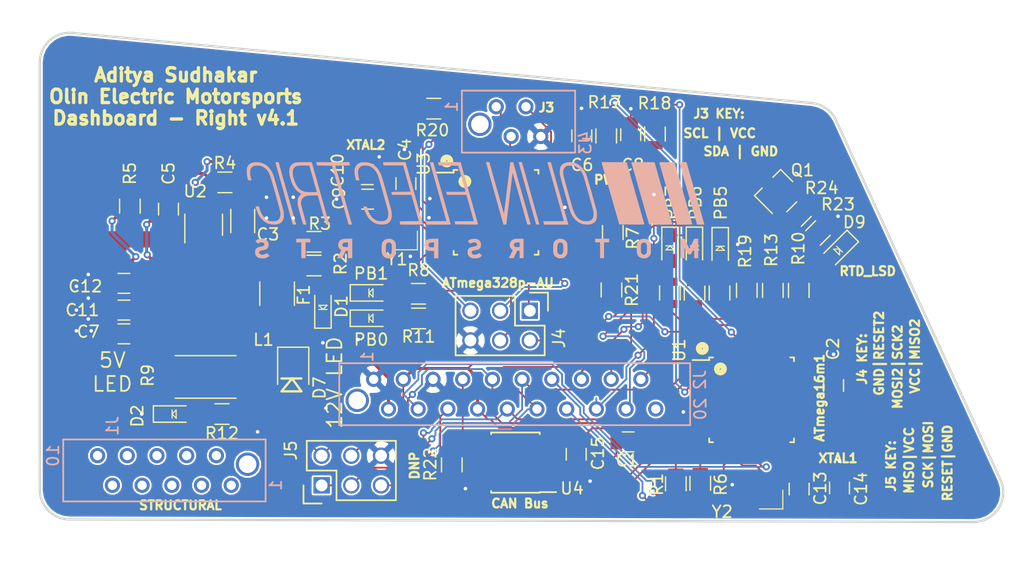
<source format=kicad_pcb>
(kicad_pcb (version 20171130) (host pcbnew 5.0.2-bee76a0~70~ubuntu18.04.1)
  (title_block (title "Dashboard Right") (rev 6.0) (company "Olin Electric Motorsports") (comment 1 "Aditya Sudhakar") (comment 2 "Updated 2/1/19"))
  (layers (0 F.Cu signal) (31 B.Cu signal) (34 B.Paste user) (35 F.Paste user) (36 B.SilkS user hide) (37 F.SilkS user) (38 B.Mask user) (39 F.Mask user hide) (44 Edge.Cuts user))
  (net 0 "")
  (net 1 GND)
  (net 2 VCC)
  (net 3 "Net-(D2-Pad2)")
  (net 4 /MISO)
  (net 5 /RXCAN)
  (net 6 /SCK)
  (net 7 /12V_Fused)
  (net 8 "Net-(C5-Pad1)")
  (net 9 "Net-(C5-Pad2)")
  (net 10 "Net-(C11-Pad1)")
  (net 11 "Net-(D1-Pad2)")
  (net 12 +12V)
  (net 13 "Net-(R3-Pad2)")
  (net 14 "Net-(R4-Pad1)")
  (net 15 "Net-(C2-Pad1)")
  (net 16 "Net-(C6-Pad1)")
  (net 17 "Net-(C8-Pad1)")
  (net 18 /XTAL1)
  (net 19 /XTAL2)
  (net 20 "Net-(C13-Pad1)")
  (net 21 "Net-(C14-Pad1)")
  (net 22 "Net-(D3-Pad2)")
  (net 23 "Net-(D4-Pad2)")
  (net 24 "Net-(D5-Pad2)")
  (net 25 "Net-(D6-Pad2)")
  (net 26 "Net-(D8-Pad2)")
  (net 27 /CANL)
  (net 28 /STR_POT_SENSE)
  (net 29 /CANH)
  (net 30 /MOSI)
  (net 31 /RESET)
  (net 32 /RJLED1)
  (net 33 /RJLED2)
  (net 34 /LED_START)
  (net 35 /LED_BMS)
  (net 36 /LED_IMD)
  (net 37 /START_BTN)
  (net 38 "Net-(J2-Pad20)")
  (net 39 /SCL)
  (net 40 /SDA)
  (net 41 /MISO_2)
  (net 42 /SCK_2)
  (net 43 /MOSI_2)
  (net 44 /RESET_2)
  (net 45 "Net-(R1-Pad2)")
  (net 46 "Net-(R6-Pad2)")
  (net 47 "Net-(R8-Pad2)")
  (net 48 "Net-(R10-Pad2)")
  (net 49 "Net-(R11-Pad2)")
  (net 50 "Net-(R13-Pad2)")
  (net 51 "Net-(R14-Pad1)")
  (net 52 "Net-(R15-Pad1)")
  (net 53 "Net-(R16-Pad1)")
  (net 54 /PWM_1)
  (net 55 /PWM_0)
  (net 56 "Net-(R19-Pad1)")
  (net 57 /TXCAN)
  (net 58 "Net-(U1-Pad14)")
  (net 59 "Net-(U1-Pad15)")
  (net 60 "Net-(U1-Pad16)")
  (net 61 "Net-(U1-Pad17)")
  (net 62 "Net-(U1-Pad20)")
  (net 63 "Net-(U1-Pad21)")
  (net 64 "Net-(U1-Pad29)")
  (net 65 "Net-(U1-Pad32)")
  (net 66 "Net-(U3-Pad32)")
  (net 67 "Net-(U3-Pad31)")
  (net 68 "Net-(U3-Pad30)")
  (net 69 "Net-(U3-Pad26)")
  (net 70 "Net-(U3-Pad25)")
  (net 71 "Net-(U3-Pad22)")
  (net 72 "Net-(U3-Pad20)")
  (net 73 "Net-(U3-Pad19)")
  (net 74 "Net-(U3-Pad14)")
  (net 75 "Net-(U3-Pad11)")
  (net 76 "Net-(U3-Pad10)")
  (net 77 "Net-(U3-Pad9)")
  (net 78 "Net-(U3-Pad2)")
  (net 79 "Net-(U3-Pad1)")
  (net 80 "Net-(U4-Pad5)")
  (net 81 "Net-(J1-Pad5)")
  (net 82 "Net-(J1-Pad3)")
  (net 83 "Net-(J1-Pad1)")
  (net 84 "Net-(J1-Pad7)")
  (net 85 "Net-(J1-Pad2)")
  (net 86 "Net-(J1-Pad4)")
  (net 87 "Net-(J1-Pad6)")
  (net 88 "Net-(J1-Pad8)")
  (net 89 "Net-(J1-Pad9)")
  (net 90 "Net-(J1-Pad10)")
  (net 91 /RTD_BUZZER)
  (net 92 "Net-(Q1-Pad1)")
  (net 93 "Net-(D9-Pad2)")
  (module footprints:SOIC-8_3.9x4.9mm_Pitch1.27mm_OEM (layer F.Cu) (at 65.882516 60.822054 180)
    (fp_text reference U4 (at -4.840793 -2.210267) (layer F.SilkS))
    (fp_text value CAN_Transceiver hide)
    (pad 8 smd rect (at 2.7 -1.905 180) (size 1.55 0.6) (layers F.Cu F.Paste F.Mask) (net 1 GND))
    (pad 7 smd rect (at 2.7 -0.635 180) (size 1.55 0.6) (layers F.Cu F.Paste F.Mask) (net 29 /CANH))
    (pad 6 smd rect (at 2.7 0.635 180) (size 1.55 0.6) (layers F.Cu F.Paste F.Mask) (net 27 /CANL))
    (pad 5 smd rect (at 2.7 1.905 180) (size 1.55 0.6) (layers F.Cu F.Paste F.Mask) (net 80 "Net-(U4-Pad5)"))
    (pad 4 smd rect (at -2.7 1.905 180) (size 1.55 0.6) (layers F.Cu F.Paste F.Mask) (net 5 /RXCAN))
    (pad 3 smd rect (at -2.7 0.635 180) (size 1.55 0.6) (layers F.Cu F.Paste F.Mask) (net 2 VCC))
    (pad 2 smd rect (at -2.7 -0.635 180) (size 1.55 0.6) (layers F.Cu F.Paste F.Mask) (net 1 GND))
    (pad 1 smd rect (at -2.7 -1.905 180) (size 1.55 0.6) (layers F.Cu F.Paste F.Mask) (net 57 /TXCAN))
  )
  (module footprints:Fuse_1210 (layer F.Cu) (at 45.498594 46.375499 90)
    (fp_text reference F1 (at -0.108387 2.279376 90) (layer F.SilkS))
    (fp_text value 500mA hide)
    (pad 2 smd rect (at 1.45 0 90) (size 0.9 2.5) (layers F.Cu F.Paste F.Mask) (net 7 /12V_Fused))
    (pad 1 smd rect (at -1.45 0 90) (size 0.9 2.5) (layers F.Cu F.Paste F.Mask) (net 12 +12V))
  )
  (module footprints:4.7uH_Inductor_OEM (layer F.Cu) (at 39.192596 47.0795 270)
    (fp_text reference L1 (at 3.2385 -5.1435) (layer F.SilkS))
    (fp_text value L_4.7uH hide)
    (pad 2 smd rect (at 2.35 0 270) (size 3.3 8.2) (layers F.Cu F.Paste F.Mask) (net 10 "Net-(C11-Pad1)"))
    (pad 1 smd rect (at -2.35 0 270) (size 3.3 8.2) (layers F.Cu F.Paste F.Mask) (net 9 "Net-(C5-Pad2)"))
  )
  (module footprints:SOT-23-6_OEM (layer F.Cu) (at 39.217996 40.475499 90)
    (fp_text reference U2 (at 2.8575 -0.7239) (layer F.SilkS))
    (fp_text value TPS561201 hide)
    (pad 5 smd rect (at 1.1 0 90) (size 1.06 0.65) (layers F.Cu F.Paste F.Mask) (net 13 "Net-(R3-Pad2)"))
    (pad 6 smd rect (at 1.1 -0.95 90) (size 1.06 0.65) (layers F.Cu F.Paste F.Mask) (net 8 "Net-(C5-Pad1)"))
    (pad 4 smd rect (at 1.1 0.95 90) (size 1.06 0.65) (layers F.Cu F.Paste F.Mask) (net 14 "Net-(R4-Pad1)"))
    (pad 3 smd rect (at -1.1 0.95 90) (size 1.06 0.65) (layers F.Cu F.Paste F.Mask) (net 7 /12V_Fused))
    (pad 2 smd rect (at -1.1 0 90) (size 1.06 0.65) (layers F.Cu F.Paste F.Mask) (net 9 "Net-(C5-Pad2)"))
    (pad 1 smd rect (at -1.1 -0.95 90) (size 1.06 0.65) (layers F.Cu F.Paste F.Mask) (net 1 GND))
  )
  (module footprints:C_1206_OEM (layer F.Cu) (at 42.558099 40.158001 90)
    (fp_text reference C3 (at -1.149367 2.156636) (layer F.SilkS))
    (fp_text value C_22uF hide)
    (pad 2 smd rect (at 1.5 0 90) (size 1 1.6) (layers F.Cu F.Paste F.Mask) (net 1 GND))
    (pad 1 smd rect (at -1.5 0 90) (size 1 1.6) (layers F.Cu F.Paste F.Mask) (net 7 /12V_Fused))
  )
  (module footprints:DO-214AA (layer F.Cu) (at 46.876094 54.128 270)
    (fp_text reference D7 (at 0.3 -2.25 270) (layer F.SilkS))
    (fp_text value D_Zener_18V hide)
    (pad 1 smd rect (at -2.032 0 90) (size 1.778 2.159) (layers F.Cu F.Paste F.Mask) (net 12 +12V))
    (pad 2 smd rect (at 2.032 0 90) (size 1.778 2.159) (layers F.Cu F.Paste F.Mask) (net 1 GND))
  )
  (module footprints:R_2512_OEM (layer F.Cu) (at 39.383097 53.492996 180)
    (fp_text reference R9 (at 4.953 0.127 90) (layer F.SilkS))
    (fp_text value R_0_Jumper hide)
    (pad 2 smd rect (at 3.1 0 180) (size 1 3.2) (layers F.Cu F.Paste F.Mask) (net 10 "Net-(C11-Pad1)"))
    (pad 1 smd rect (at -3.1 0 180) (size 1 3.2) (layers F.Cu F.Paste F.Mask) (net 2 VCC))
  )
  (module footprints:micromatch_female_vert_4 (layer B.Cu) (at 69.319149 30.389381 270)
    (fp_text reference J3 (at 3.23596 -2.54508 90) (layer B.SilkS) (effects (justify mirror)))
    (fp_text value MM_F_VT_04 hide)
    (fp_text user 1 (at 0 8.89 270) (layer B.SilkS) (effects (justify mirror)))
    (fp_text user 4 (at 2.54 -2.54 270) (layer B.SilkS) (effects (justify mirror)))
    (pad 5 thru_hole circle (at 1.5 6.48 270) (size 2 2) (drill 1.5) (layers *.Cu *.Mask))
    (pad 4 thru_hole circle (at 2.54 1.27 270) (size 1.3 1.3) (drill 0.8) (layers *.Cu *.Mask) (net 1 GND))
    (pad 2 thru_hole circle (at 2.54 3.81 270) (size 1.3 1.3) (drill 0.8) (layers *.Cu *.Mask) (net 40 /SDA))
    (pad 1 thru_hole circle (at 0 5.08 270) (size 1.3 1.3) (drill 0.8) (layers *.Cu *.Mask) (net 39 /SCL))
    (pad 3 thru_hole circle (at 0 2.54 270) (size 1.3 1.3) (drill 0.8) (layers *.Cu *.Mask) (net 2 VCC))
  )
  (module footprints:Pin_Header_Straight_2x03 (layer F.Cu) (at 67.113969 47.835501 270)
    (fp_text reference J4 (at 2.34442 -2.4892 270) (layer F.SilkS))
    (fp_text value CONN_02X03 hide)
    (pad 6 thru_hole circle (at 2.54 5.08 270) (size 1.4 1.4) (drill 1.016) (layers *.Cu *.Mask) (net 1 GND))
    (pad 5 thru_hole circle (at 0 5.08 270) (size 1.4 1.4) (drill 1.016) (layers *.Cu *.Mask) (net 44 /RESET_2))
    (pad 4 thru_hole circle (at 2.54 2.54 270) (size 1.4 1.4) (drill 1.016) (layers *.Cu *.Mask) (net 43 /MOSI_2))
    (pad 3 thru_hole circle (at 0 2.54 270) (size 1.4 1.4) (drill 1.016) (layers *.Cu *.Mask) (net 42 /SCK_2))
    (pad 2 thru_hole circle (at 2.54 0 270) (size 1.4 1.4) (drill 1.016) (layers *.Cu *.Mask) (net 2 VCC))
    (pad 1 thru_hole rect (at 0 0 270) (size 1.4 1.4) (drill 1.016) (layers *.Cu *.Mask) (net 41 /MISO_2))
  )
  (module footprints:Pin_Header_Straight_2x03 (layer F.Cu) (at 49.30603 62.7707 90)
    (fp_text reference J5 (at 2.98196 -2.63906 90) (layer F.SilkS))
    (fp_text value CONN_02X03 hide)
    (pad 6 thru_hole circle (at 2.54 5.08 90) (size 1.4 1.4) (drill 1.016) (layers *.Cu *.Mask) (net 1 GND))
    (pad 5 thru_hole circle (at 0 5.08 90) (size 1.4 1.4) (drill 1.016) (layers *.Cu *.Mask) (net 31 /RESET))
    (pad 4 thru_hole circle (at 2.54 2.54 90) (size 1.4 1.4) (drill 1.016) (layers *.Cu *.Mask) (net 30 /MOSI))
    (pad 3 thru_hole circle (at 0 2.54 90) (size 1.4 1.4) (drill 1.016) (layers *.Cu *.Mask) (net 6 /SCK))
    (pad 2 thru_hole circle (at 2.54 0 90) (size 1.4 1.4) (drill 1.016) (layers *.Cu *.Mask) (net 2 VCC))
    (pad 1 thru_hole rect (at 0 0 90) (size 1.4 1.4) (drill 1.016) (layers *.Cu *.Mask) (net 4 /MISO))
  )
  (module footprints:TQFP-32_7x7mm_Pitch0.8mm (layer F.Cu) (at 86.080587 55.452853)
    (fp_text reference U1 (at -6.187837 -4.244495 90) (layer F.SilkS))
    (fp_text value ATMEGA16M1 hide)
    (pad 32 smd rect (at -2.8 -4.25 90) (size 1.6 0.55) (layers F.Cu F.Paste F.Mask) (net 65 "Net-(U1-Pad32)"))
    (pad 31 smd rect (at -2 -4.25 90) (size 1.6 0.55) (layers F.Cu F.Paste F.Mask) (net 31 /RESET))
    (pad 30 smd rect (at -1.2 -4.25 90) (size 1.6 0.55) (layers F.Cu F.Paste F.Mask) (net 55 /PWM_0))
    (pad 29 smd rect (at -0.4 -4.25 90) (size 1.6 0.55) (layers F.Cu F.Paste F.Mask) (net 64 "Net-(U1-Pad29)"))
    (pad 28 smd rect (at 0.4 -4.25 90) (size 1.6 0.55) (layers F.Cu F.Paste F.Mask) (net 53 "Net-(R16-Pad1)"))
    (pad 27 smd rect (at 1.2 -4.25 90) (size 1.6 0.55) (layers F.Cu F.Paste F.Mask) (net 52 "Net-(R15-Pad1)"))
    (pad 26 smd rect (at 2 -4.25 90) (size 1.6 0.55) (layers F.Cu F.Paste F.Mask) (net 51 "Net-(R14-Pad1)"))
    (pad 25 smd rect (at 2.8 -4.25 90) (size 1.6 0.55) (layers F.Cu F.Paste F.Mask) (net 56 "Net-(R19-Pad1)"))
    (pad 24 smd rect (at 4.25 -2.8) (size 1.6 0.55) (layers F.Cu F.Paste F.Mask) (net 50 "Net-(R13-Pad2)"))
    (pad 23 smd rect (at 4.25 -2) (size 1.6 0.55) (layers F.Cu F.Paste F.Mask) (net 48 "Net-(R10-Pad2)"))
    (pad 22 smd rect (at 4.25 -1.2) (size 1.6 0.55) (layers F.Cu F.Paste F.Mask) (net 37 /START_BTN))
    (pad 21 smd rect (at 4.25 -0.4) (size 1.6 0.55) (layers F.Cu F.Paste F.Mask) (net 63 "Net-(U1-Pad21)"))
    (pad 20 smd rect (at 4.25 0.4) (size 1.6 0.55) (layers F.Cu F.Paste F.Mask) (net 62 "Net-(U1-Pad20)"))
    (pad 19 smd rect (at 4.25 1.2) (size 1.6 0.55) (layers F.Cu F.Paste F.Mask) (net 15 "Net-(C2-Pad1)"))
    (pad 18 smd rect (at 4.25 2) (size 1.6 0.55) (layers F.Cu F.Paste F.Mask) (net 92 "Net-(Q1-Pad1)"))
    (pad 17 smd rect (at 4.25 2.8) (size 1.6 0.55) (layers F.Cu F.Paste F.Mask) (net 61 "Net-(U1-Pad17)"))
    (pad 16 smd rect (at 2.8 4.25 90) (size 1.6 0.55) (layers F.Cu F.Paste F.Mask) (net 60 "Net-(U1-Pad16)"))
    (pad 15 smd rect (at 2 4.25 90) (size 1.6 0.55) (layers F.Cu F.Paste F.Mask) (net 59 "Net-(U1-Pad15)"))
    (pad 14 smd rect (at 1.2 4.25 90) (size 1.6 0.55) (layers F.Cu F.Paste F.Mask) (net 58 "Net-(U1-Pad14)"))
    (pad 13 smd rect (at 0.4 4.25 90) (size 1.6 0.55) (layers F.Cu F.Paste F.Mask) (net 28 /STR_POT_SENSE))
    (pad 12 smd rect (at -0.4 4.25 90) (size 1.6 0.55) (layers F.Cu F.Paste F.Mask) (net 6 /SCK))
    (pad 11 smd rect (at -1.2 4.25 90) (size 1.6 0.55) (layers F.Cu F.Paste F.Mask) (net 20 "Net-(C13-Pad1)"))
    (pad 10 smd rect (at -2 4.25 90) (size 1.6 0.55) (layers F.Cu F.Paste F.Mask) (net 21 "Net-(C14-Pad1)"))
    (pad 9 smd rect (at -2.8 4.25 90) (size 1.6 0.55) (layers F.Cu F.Paste F.Mask) (net 46 "Net-(R6-Pad2)"))
    (pad 8 smd rect (at -4.25 2.8) (size 1.6 0.55) (layers F.Cu F.Paste F.Mask) (net 45 "Net-(R1-Pad2)"))
    (pad 7 smd rect (at -4.25 2) (size 1.6 0.55) (layers F.Cu F.Paste F.Mask) (net 5 /RXCAN))
    (pad 6 smd rect (at -4.25 1.2) (size 1.6 0.55) (layers F.Cu F.Paste F.Mask) (net 57 /TXCAN))
    (pad 5 smd rect (at -4.25 0.4) (size 1.6 0.55) (layers F.Cu F.Paste F.Mask) (net 1 GND))
    (pad 4 smd rect (at -4.25 -0.4) (size 1.6 0.55) (layers F.Cu F.Paste F.Mask) (net 2 VCC))
    (pad 3 smd rect (at -4.25 -1.2) (size 1.6 0.55) (layers F.Cu F.Paste F.Mask) (net 54 /PWM_1))
    (pad 2 smd rect (at -4.25 -2) (size 1.6 0.55) (layers F.Cu F.Paste F.Mask) (net 30 /MOSI))
    (pad 1 smd rect (at -4.25 -2.8) (size 1.6 0.55) (layers F.Cu F.Paste F.Mask) (net 4 /MISO))
  )
  (module footprints:TQFP-32_7x7mm_Pitch0.8mm (layer F.Cu) (at 64.223449 39.417941)
    (fp_text reference U3 (at -6.1976 -4.14782 90) (layer F.SilkS))
    (fp_text value ATmega328P-AU_FORMULA_MK4 hide)
    (pad 32 smd rect (at -2.8 -4.25 90) (size 1.6 0.55) (layers F.Cu F.Paste F.Mask) (net 66 "Net-(U3-Pad32)"))
    (pad 31 smd rect (at -2 -4.25 90) (size 1.6 0.55) (layers F.Cu F.Paste F.Mask) (net 67 "Net-(U3-Pad31)"))
    (pad 30 smd rect (at -1.2 -4.25 90) (size 1.6 0.55) (layers F.Cu F.Paste F.Mask) (net 68 "Net-(U3-Pad30)"))
    (pad 29 smd rect (at -0.4 -4.25 90) (size 1.6 0.55) (layers F.Cu F.Paste F.Mask) (net 44 /RESET_2))
    (pad 28 smd rect (at 0.4 -4.25 90) (size 1.6 0.55) (layers F.Cu F.Paste F.Mask) (net 39 /SCL))
    (pad 27 smd rect (at 1.2 -4.25 90) (size 1.6 0.55) (layers F.Cu F.Paste F.Mask) (net 40 /SDA))
    (pad 26 smd rect (at 2 -4.25 90) (size 1.6 0.55) (layers F.Cu F.Paste F.Mask) (net 69 "Net-(U3-Pad26)"))
    (pad 25 smd rect (at 2.8 -4.25 90) (size 1.6 0.55) (layers F.Cu F.Paste F.Mask) (net 70 "Net-(U3-Pad25)"))
    (pad 24 smd rect (at 4.25 -2.8) (size 1.6 0.55) (layers F.Cu F.Paste F.Mask) (net 16 "Net-(C6-Pad1)"))
    (pad 23 smd rect (at 4.25 -2) (size 1.6 0.55) (layers F.Cu F.Paste F.Mask) (net 17 "Net-(C8-Pad1)"))
    (pad 22 smd rect (at 4.25 -1.2) (size 1.6 0.55) (layers F.Cu F.Paste F.Mask) (net 71 "Net-(U3-Pad22)"))
    (pad 21 smd rect (at 4.25 -0.4) (size 1.6 0.55) (layers F.Cu F.Paste F.Mask) (net 1 GND))
    (pad 20 smd rect (at 4.25 0.4) (size 1.6 0.55) (layers F.Cu F.Paste F.Mask) (net 72 "Net-(U3-Pad20)"))
    (pad 19 smd rect (at 4.25 1.2) (size 1.6 0.55) (layers F.Cu F.Paste F.Mask) (net 73 "Net-(U3-Pad19)"))
    (pad 18 smd rect (at 4.25 2) (size 1.6 0.55) (layers F.Cu F.Paste F.Mask) (net 2 VCC))
    (pad 17 smd rect (at 4.25 2.8) (size 1.6 0.55) (layers F.Cu F.Paste F.Mask) (net 42 /SCK_2))
    (pad 16 smd rect (at 2.8 4.25 90) (size 1.6 0.55) (layers F.Cu F.Paste F.Mask) (net 41 /MISO_2))
    (pad 15 smd rect (at 2 4.25 90) (size 1.6 0.55) (layers F.Cu F.Paste F.Mask) (net 43 /MOSI_2))
    (pad 14 smd rect (at 1.2 4.25 90) (size 1.6 0.55) (layers F.Cu F.Paste F.Mask) (net 74 "Net-(U3-Pad14)"))
    (pad 13 smd rect (at 0.4 4.25 90) (size 1.6 0.55) (layers F.Cu F.Paste F.Mask) (net 49 "Net-(R11-Pad2)"))
    (pad 12 smd rect (at -0.4 4.25 90) (size 1.6 0.55) (layers F.Cu F.Paste F.Mask) (net 47 "Net-(R8-Pad2)"))
    (pad 11 smd rect (at -1.2 4.25 90) (size 1.6 0.55) (layers F.Cu F.Paste F.Mask) (net 75 "Net-(U3-Pad11)"))
    (pad 10 smd rect (at -2 4.25 90) (size 1.6 0.55) (layers F.Cu F.Paste F.Mask) (net 76 "Net-(U3-Pad10)"))
    (pad 9 smd rect (at -2.8 4.25 90) (size 1.6 0.55) (layers F.Cu F.Paste F.Mask) (net 77 "Net-(U3-Pad9)"))
    (pad 8 smd rect (at -4.25 2.8) (size 1.6 0.55) (layers F.Cu F.Paste F.Mask) (net 19 /XTAL2))
    (pad 7 smd rect (at -4.25 2) (size 1.6 0.55) (layers F.Cu F.Paste F.Mask) (net 18 /XTAL1))
    (pad 6 smd rect (at -4.25 1.2) (size 1.6 0.55) (layers F.Cu F.Paste F.Mask) (net 2 VCC))
    (pad 5 smd rect (at -4.25 0.4) (size 1.6 0.55) (layers F.Cu F.Paste F.Mask) (net 1 GND))
    (pad 4 smd rect (at -4.25 -0.4) (size 1.6 0.55) (layers F.Cu F.Paste F.Mask) (net 2 VCC))
    (pad 3 smd rect (at -4.25 -1.2) (size 1.6 0.55) (layers F.Cu F.Paste F.Mask) (net 1 GND))
    (pad 2 smd rect (at -4.25 -2) (size 1.6 0.55) (layers F.Cu F.Paste F.Mask) (net 78 "Net-(U3-Pad2)"))
    (pad 1 smd rect (at -4.25 -2.8) (size 1.6 0.55) (layers F.Cu F.Paste F.Mask) (net 79 "Net-(U3-Pad1)"))
  )
  (module footprints:Crystal_SMD_FA238 (layer F.Cu) (at 55.499 41.021 180)
    (fp_text reference Y1 (at -0.254 -2.413) (layer F.SilkS))
    (fp_text value Crystal_SMD hide)
    (pad 4 smd rect (at -1.1 -0.8 180) (size 1.4 1.2) (layers F.Cu F.Mask) (net 1 GND))
    (pad 3 smd rect (at 1.1 -0.8 180) (size 1.4 1.2) (layers F.Cu F.Mask) (net 19 /XTAL2))
    (pad 2 smd rect (at 1.1 0.8 180) (size 1.4 1.2) (layers F.Cu F.Mask) (net 1 GND))
    (pad 1 smd rect (at -1.1 0.8 180) (size 1.4 1.2) (layers F.Cu F.Mask) (net 18 /XTAL1))
  )
  (module footprints:Crystal_SMD_FA238 (layer F.Cu) (at 86.747812 63.188579 180)
    (fp_text reference Y2 (at 3.181812 -1.835421 180) (layer F.SilkS))
    (fp_text value Crystal_SMD hide)
    (pad 4 smd rect (at -1.1 -0.8 180) (size 1.4 1.2) (layers F.Cu F.Mask) (net 1 GND))
    (pad 3 smd rect (at 1.1 -0.8 180) (size 1.4 1.2) (layers F.Cu F.Mask) (net 21 "Net-(C14-Pad1)"))
    (pad 2 smd rect (at 1.1 0.8 180) (size 1.4 1.2) (layers F.Cu F.Mask) (net 1 GND))
    (pad 1 smd rect (at -1.1 0.8 180) (size 1.4 1.2) (layers F.Cu F.Mask) (net 20 "Net-(C13-Pad1)"))
  )
  (module footprints:micromatch_female_vert_10 (layer B.Cu) (at 36.49426 62.76254 90)
    (fp_text reference J1 (at 5.08 -5.08 90) (layer B.SilkS) (effects (justify mirror)))
    (fp_text value MM_F_VT_10 hide)
    (fp_text user 1 (at 0 8.89 90) (layer B.SilkS) (effects (justify mirror)))
    (fp_text user 10 (at 2.54 -10.16 90) (layer B.SilkS) (effects (justify mirror)))
    (pad 11 thru_hole circle (at 1.8 6.48 90) (size 2 2) (drill 1.5) (layers *.Cu *.Mask))
    (pad 10 thru_hole circle (at 2.54 -6.35 90) (size 1.3 1.3) (drill 0.8) (layers *.Cu *.Mask) (net 90 "Net-(J1-Pad10)"))
    (pad 9 thru_hole circle (at 0 -5.08 90) (size 1.3 1.3) (drill 0.8) (layers *.Cu *.Mask) (net 89 "Net-(J1-Pad9)"))
    (pad 8 thru_hole circle (at 2.54 -3.81 90) (size 1.3 1.3) (drill 0.8) (layers *.Cu *.Mask) (net 88 "Net-(J1-Pad8)"))
    (pad 6 thru_hole circle (at 2.54 -1.27 90) (size 1.3 1.3) (drill 0.8) (layers *.Cu *.Mask) (net 87 "Net-(J1-Pad6)"))
    (pad 4 thru_hole circle (at 2.54 1.27 90) (size 1.3 1.3) (drill 0.8) (layers *.Cu *.Mask) (net 86 "Net-(J1-Pad4)"))
    (pad 2 thru_hole circle (at 2.54 3.81 90) (size 1.3 1.3) (drill 0.8) (layers *.Cu *.Mask) (net 85 "Net-(J1-Pad2)"))
    (pad 7 thru_hole circle (at 0 -2.54 90) (size 1.3 1.3) (drill 0.8) (layers *.Cu *.Mask) (net 84 "Net-(J1-Pad7)"))
    (pad 1 thru_hole circle (at 0 5.08 90) (size 1.3 1.3) (drill 0.8) (layers *.Cu *.Mask) (net 83 "Net-(J1-Pad1)"))
    (pad 3 thru_hole circle (at 0 2.54 90) (size 1.3 1.3) (drill 0.8) (layers *.Cu *.Mask) (net 82 "Net-(J1-Pad3)"))
    (pad 5 thru_hole circle (at 0 0 90) (size 1.3 1.3) (drill 0.8) (layers *.Cu *.Mask) (net 81 "Net-(J1-Pad5)"))
  )
  (module footprints:micromatch_female_vert_20 (layer B.Cu) (at 58.83357 53.70036 270)
    (fp_text reference J2 (at 0.0381 -22.82444 270) (layer B.SilkS) (effects (justify mirror)))
    (fp_text value MM_F_VT_20 hide)
    (fp_text user 20 (at 2.54 -22.86 270) (layer B.SilkS) (effects (justify mirror)))
    (fp_text user 1 (at -1.92786 5.61848 270) (layer B.SilkS) (effects (justify mirror)))
    (pad 5 thru_hole circle (at 0 0 270) (size 1.3 1.3) (drill 0.8) (layers *.Cu *.Mask) (net 1 GND))
    (pad 3 thru_hole circle (at 0 2.54 270) (size 1.3 1.3) (drill 0.8) (layers *.Cu *.Mask) (net 2 VCC))
    (pad 1 thru_hole circle (at 0 5.08 270) (size 1.3 1.3) (drill 0.8) (layers *.Cu *.Mask) (net 1 GND))
    (pad 7 thru_hole circle (at 0 -2.54 270) (size 1.3 1.3) (drill 0.8) (layers *.Cu *.Mask) (net 27 /CANL))
    (pad 2 thru_hole circle (at 2.54 3.81 270) (size 1.3 1.3) (drill 0.8) (layers *.Cu *.Mask) (net 12 +12V))
    (pad 4 thru_hole circle (at 2.54 1.27 270) (size 1.3 1.3) (drill 0.8) (layers *.Cu *.Mask) (net 28 /STR_POT_SENSE))
    (pad 6 thru_hole circle (at 2.54 -1.27 270) (size 1.3 1.3) (drill 0.8) (layers *.Cu *.Mask) (net 29 /CANH))
    (pad 8 thru_hole circle (at 2.54 -3.81 270) (size 1.3 1.3) (drill 0.8) (layers *.Cu *.Mask) (net 2 VCC))
    (pad 9 thru_hole circle (at 0 -5.08 270) (size 1.3 1.3) (drill 0.8) (layers *.Cu *.Mask) (net 30 /MOSI))
    (pad 10 thru_hole circle (at 2.54 -6.35 270) (size 1.3 1.3) (drill 0.8) (layers *.Cu *.Mask) (net 4 /MISO))
    (pad 11 thru_hole circle (at 0 -7.62 270) (size 1.3 1.3) (drill 0.8) (layers *.Cu *.Mask) (net 6 /SCK))
    (pad 12 thru_hole circle (at 2.54 -8.89 270) (size 1.3 1.3) (drill 0.8) (layers *.Cu *.Mask) (net 31 /RESET))
    (pad 13 thru_hole circle (at 0 -10.16 270) (size 1.3 1.3) (drill 0.8) (layers *.Cu *.Mask) (net 32 /RJLED1))
    (pad 14 thru_hole circle (at 2.54 -11.43 270) (size 1.3 1.3) (drill 0.8) (layers *.Cu *.Mask) (net 33 /RJLED2))
    (pad 15 thru_hole circle (at 0 -12.7 270) (size 1.3 1.3) (drill 0.8) (layers *.Cu *.Mask) (net 34 /LED_START))
    (pad 16 thru_hole circle (at 2.54 -13.97 270) (size 1.3 1.3) (drill 0.8) (layers *.Cu *.Mask) (net 35 /LED_BMS))
    (pad 17 thru_hole circle (at 0 -15.24 270) (size 1.3 1.3) (drill 0.8) (layers *.Cu *.Mask) (net 36 /LED_IMD))
    (pad 18 thru_hole circle (at 2.54 -16.51 270) (size 1.3 1.3) (drill 0.8) (layers *.Cu *.Mask) (net 37 /START_BTN))
    (pad 19 thru_hole circle (at 0 -17.78 270) (size 1.3 1.3) (drill 0.8) (layers *.Cu *.Mask) (net 91 /RTD_BUZZER))
    (pad 20 thru_hole circle (at 2.54 -19.05 270) (size 1.3 1.3) (drill 0.8) (layers *.Cu *.Mask) (net 38 "Net-(J2-Pad20)"))
    (pad 21 thru_hole circle (at 1.8 6.48 270) (size 2 2) (drill 1.5) (layers *.Cu *.Mask))
  )
  (module footprints:C_0805_OEM (layer F.Cu) (at 36.208101 39.141998 270)
    (fp_text reference C5 (at -3.048 0 90) (layer F.SilkS))
    (fp_text value C_0.1uF hide)
    (pad 1 smd rect (at -1 0 270) (size 1 1.25) (layers F.Cu F.Paste F.Mask) (net 8 "Net-(C5-Pad1)"))
    (pad 2 smd rect (at 1 0 270) (size 1 1.25) (layers F.Cu F.Paste F.Mask) (net 9 "Net-(C5-Pad2)"))
  )
  (module footprints:C_0805_OEM (layer F.Cu) (at 32.398096 47.777998 180)
    (fp_text reference C11 (at 3.556 0 180) (layer F.SilkS))
    (fp_text value C_1uF hide)
    (pad 1 smd rect (at -1 0 180) (size 1 1.25) (layers F.Cu F.Paste F.Mask) (net 10 "Net-(C11-Pad1)"))
    (pad 2 smd rect (at 1 0 180) (size 1 1.25) (layers F.Cu F.Paste F.Mask) (net 1 GND))
  )
  (module footprints:C_0805_OEM (layer F.Cu) (at 32.398098 45.491998 180)
    (fp_text reference C12 (at 3.302 -0.254 180) (layer F.SilkS))
    (fp_text value C_47uF hide)
    (pad 1 smd rect (at -1 0 180) (size 1 1.25) (layers F.Cu F.Paste F.Mask) (net 10 "Net-(C11-Pad1)"))
    (pad 2 smd rect (at 1 0 180) (size 1 1.25) (layers F.Cu F.Paste F.Mask) (net 1 GND))
  )
  (module footprints:LED_0805_OEM (layer F.Cu) (at 36.716098 56.667999)
    (fp_text reference D2 (at -3.172285 0.163847 90) (layer F.SilkS))
    (fp_text value LED_0805 hide)
    (pad 2 smd rect (at 1.1 0 180) (size 1.2 1.2) (layers F.Cu F.Paste F.Mask) (net 3 "Net-(D2-Pad2)"))
    (pad 1 smd rect (at -1.1 0 180) (size 1.2 1.2) (layers F.Cu F.Paste F.Mask) (net 1 GND))
  )
  (module footprints:R_0805_OEM (layer F.Cu) (at 48.654098 43.968002)
    (fp_text reference R2 (at 2.272902 -0.153002 90) (layer F.SilkS))
    (fp_text value R_1k hide)
    (pad 1 smd rect (at -0.95 0) (size 0.7 1.3) (layers F.Cu F.Paste F.Mask) (net 7 /12V_Fused))
    (pad 2 smd rect (at 0.95 0) (size 0.7 1.3) (layers F.Cu F.Paste F.Mask) (net 11 "Net-(D1-Pad2)"))
  )
  (module footprints:R_0805_OEM (layer F.Cu) (at 48.654096 41.935997)
    (fp_text reference R3 (at 0.494904 -1.549997) (layer F.SilkS))
    (fp_text value R_10k hide)
    (pad 1 smd rect (at -0.95 0) (size 0.7 1.3) (layers F.Cu F.Paste F.Mask) (net 7 /12V_Fused))
    (pad 2 smd rect (at 0.95 0) (size 0.7 1.3) (layers F.Cu F.Paste F.Mask) (net 13 "Net-(R3-Pad2)"))
  )
  (module footprints:R_0805_OEM (layer F.Cu) (at 40.780096 56.668001 180)
    (fp_text reference R12 (at 0 -1.65 180) (layer F.SilkS))
    (fp_text value R_200 hide)
    (pad 1 smd rect (at -0.95 0 180) (size 0.7 1.3) (layers F.Cu F.Paste F.Mask) (net 2 VCC))
    (pad 2 smd rect (at 0.95 0 180) (size 0.7 1.3) (layers F.Cu F.Paste F.Mask) (net 3 "Net-(D2-Pad2)"))
  )
  (module footprints:C_0805_OEM (layer F.Cu) (at 32.398099 49.81 180)
    (fp_text reference C7 (at 3.052 0.183 180) (layer F.SilkS))
    (fp_text value C_0.1uF hide)
    (pad 1 smd rect (at -1 0 180) (size 1 1.25) (layers F.Cu F.Paste F.Mask) (net 10 "Net-(C11-Pad1)"))
    (pad 2 smd rect (at 1 0 180) (size 1 1.25) (layers F.Cu F.Paste F.Mask) (net 1 GND))
  )
  (module footprints:LED_0805_OEM (layer F.Cu) (at 49.416095 47.523996 90)
    (fp_text reference D1 (at 0.051396 1.587105 90) (layer F.SilkS))
    (fp_text value LED_0805 hide)
    (pad 2 smd rect (at 1.1 0 270) (size 1.2 1.2) (layers F.Cu F.Paste F.Mask) (net 11 "Net-(D1-Pad2)"))
    (pad 1 smd rect (at -1.1 0 270) (size 1.2 1.2) (layers F.Cu F.Paste F.Mask) (net 1 GND))
  )
  (module footprints:R_0805_OEM (layer F.Cu) (at 41.034095 36.856001)
    (fp_text reference R4 (at 0 -1.65) (layer F.SilkS))
    (fp_text value R_10k hide)
    (pad 1 smd rect (at -0.95 0) (size 0.7 1.3) (layers F.Cu F.Paste F.Mask) (net 14 "Net-(R4-Pad1)"))
    (pad 2 smd rect (at 0.95 0) (size 0.7 1.3) (layers F.Cu F.Paste F.Mask) (net 1 GND))
  )
  (module footprints:R_0805_OEM (layer F.Cu) (at 32.906094 38.888001 270)
    (fp_text reference R5 (at -2.794 0 270) (layer F.SilkS))
    (fp_text value R_51.1k hide)
    (pad 1 smd rect (at -0.95 0 270) (size 0.7 1.3) (layers F.Cu F.Paste F.Mask) (net 14 "Net-(R4-Pad1)"))
    (pad 2 smd rect (at 0.95 0 270) (size 0.7 1.3) (layers F.Cu F.Paste F.Mask) (net 10 "Net-(C11-Pad1)"))
  )
  (module footprints:C_0805_OEM (layer F.Cu) (at 75.51629 59.049601 180)
    (fp_text reference C1 (at 0.08636 -1.58496) (layer F.SilkS))
    (fp_text value C_0.1uF hide)
    (pad 1 smd rect (at -1 0 180) (size 1 1.25) (layers F.Cu F.Paste F.Mask) (net 2 VCC))
    (pad 2 smd rect (at 1 0 180) (size 1 1.25) (layers F.Cu F.Paste F.Mask) (net 1 GND))
  )
  (module footprints:C_0805_OEM (layer F.Cu) (at 93.091 54.229 90)
    (fp_text reference C2 (at 3.135329 -0.04626 90) (layer F.SilkS))
    (fp_text value C_100pF hide)
    (pad 2 smd rect (at 1 0 90) (size 1 1.25) (layers F.Cu F.Paste F.Mask) (net 1 GND))
    (pad 1 smd rect (at -1 0 90) (size 1 1.25) (layers F.Cu F.Paste F.Mask) (net 15 "Net-(C2-Pad1)"))
  )
  (module footprints:C_0805_OEM (layer F.Cu) (at 56.515 36.957 90)
    (fp_text reference C4 (at 2.897821 -0.07575 90) (layer F.SilkS))
    (fp_text value C_0.1uF hide)
    (pad 2 smd rect (at 1 0 90) (size 1 1.25) (layers F.Cu F.Paste F.Mask) (net 1 GND))
    (pad 1 smd rect (at -1 0 90) (size 1 1.25) (layers F.Cu F.Paste F.Mask) (net 2 VCC))
  )
  (module footprints:C_0805_OEM (layer F.Cu) (at 71.558506 32.872235 90)
    (fp_text reference C6 (at -2.491866 0.020784 -180) (layer F.SilkS))
    (fp_text value C_0.1uF hide)
    (pad 2 smd rect (at 1 0 90) (size 1 1.25) (layers F.Cu F.Paste F.Mask) (net 1 GND))
    (pad 1 smd rect (at -1 0 90) (size 1 1.25) (layers F.Cu F.Paste F.Mask) (net 16 "Net-(C6-Pad1)"))
  )
  (module footprints:C_0805_OEM (layer F.Cu) (at 75.742134 32.780441 90)
    (fp_text reference C8 (at -2.58366 0.183096 -180) (layer F.SilkS))
    (fp_text value C_0.1uF hide)
    (pad 1 smd rect (at -1 0 90) (size 1 1.25) (layers F.Cu F.Paste F.Mask) (net 17 "Net-(C8-Pad1)"))
    (pad 2 smd rect (at 1 0 90) (size 1 1.25) (layers F.Cu F.Paste F.Mask) (net 1 GND))
  )
  (module footprints:C_0805_OEM (layer F.Cu) (at 53.24156 38.292618 180)
    (fp_text reference C9 (at 2.44156 0.065618 270) (layer F.SilkS))
    (fp_text value C_30pF hide)
    (pad 2 smd rect (at 1 0 180) (size 1 1.25) (layers F.Cu F.Paste F.Mask) (net 1 GND))
    (pad 1 smd rect (at -1 0 180) (size 1 1.25) (layers F.Cu F.Paste F.Mask) (net 18 /XTAL1))
  )
  (module footprints:C_0805_OEM (layer F.Cu) (at 53.213 36.195)
    (fp_text reference C10 (at -2.54 -0.381 90) (layer F.SilkS))
    (fp_text value C_30pF hide)
    (pad 1 smd rect (at -1 0) (size 1 1.25) (layers F.Cu F.Paste F.Mask) (net 19 /XTAL2))
    (pad 2 smd rect (at 1 0) (size 1 1.25) (layers F.Cu F.Paste F.Mask) (net 1 GND))
  )
  (module footprints:C_0805_OEM (layer F.Cu) (at 90.145154 63.079336 270)
    (fp_text reference C13 (at -0.054128 -1.804387 90) (layer F.SilkS))
    (fp_text value C_30pF hide)
    (pad 2 smd rect (at 1 0 270) (size 1 1.25) (layers F.Cu F.Paste F.Mask) (net 1 GND))
    (pad 1 smd rect (at -1 0 270) (size 1 1.25) (layers F.Cu F.Paste F.Mask) (net 20 "Net-(C13-Pad1)"))
  )
  (module footprints:C_0805_OEM (layer F.Cu) (at 93.599 62.992 90)
    (fp_text reference C14 (at -0.078028 1.834181 90) (layer F.SilkS))
    (fp_text value C_30pF hide)
    (pad 2 smd rect (at 1 0 90) (size 1 1.25) (layers F.Cu F.Paste F.Mask) (net 1 GND))
    (pad 1 smd rect (at -1 0 90) (size 1 1.25) (layers F.Cu F.Paste F.Mask) (net 21 "Net-(C14-Pad1)"))
  )
  (module footprints:C_0805_OEM (layer F.Cu) (at 71.079359 60.110855 270)
    (fp_text reference C15 (at -0.080814 -1.856292 270) (layer F.SilkS))
    (fp_text value C_0.1uF hide)
    (pad 2 smd rect (at 1 0 270) (size 1 1.25) (layers F.Cu F.Paste F.Mask) (net 1 GND))
    (pad 1 smd rect (at -1 0 270) (size 1 1.25) (layers F.Cu F.Paste F.Mask) (net 2 VCC))
  )
  (module formula:LED_0805_OEM (layer F.Cu) (at 53.552077 46.307081)
    (fp_text reference PB1 (at -0.011417 -1.656421) (layer F.SilkS))
    (fp_text value LED hide)
    (pad 1 smd rect (at -1.099999 0 180) (size 1.2 1.2) (layers F.Cu F.Paste F.Mask) (net 1 GND))
    (pad 2 smd rect (at 1.099999 0 180) (size 1.2 1.2) (layers F.Cu F.Paste F.Mask) (net 22 "Net-(D3-Pad2)"))
  )
  (module formula:LED_0805_OEM (layer F.Cu) (at 53.552079 48.476713)
    (fp_text reference PB0 (at -0.011419 1.825447) (layer F.SilkS))
    (fp_text value LED hide)
    (pad 2 smd rect (at 1.099999 0 180) (size 1.2 1.2) (layers F.Cu F.Paste F.Mask) (net 23 "Net-(D4-Pad2)"))
    (pad 1 smd rect (at -1.099999 0 180) (size 1.2 1.2) (layers F.Cu F.Paste F.Mask) (net 1 GND))
  )
  (module formula:LED_0805_OEM (layer F.Cu) (at 83.395121 42.518847 270)
    (fp_text reference PB5 (at -3.910847 -0.043879 270) (layer F.SilkS))
    (fp_text value LED hide)
    (pad 1 smd rect (at -1.099999 0 90) (size 1.2 1.2) (layers F.Cu F.Paste F.Mask) (net 1 GND))
    (pad 2 smd rect (at 1.099999 0 90) (size 1.2 1.2) (layers F.Cu F.Paste F.Mask) (net 24 "Net-(D5-Pad2)"))
  )
  (module formula:LED_0805_OEM (layer F.Cu) (at 81.189571 42.479332 270)
    (fp_text reference PB6 (at -3.871332 -0.090429 90) (layer F.SilkS))
    (fp_text value LED hide)
    (pad 2 smd rect (at 1.099999 0 90) (size 1.2 1.2) (layers F.Cu F.Paste F.Mask) (net 25 "Net-(D6-Pad2)"))
    (pad 1 smd rect (at -1.099999 0 90) (size 1.2 1.2) (layers F.Cu F.Paste F.Mask) (net 1 GND))
  )
  (module formula:LED_0805_OEM (layer F.Cu) (at 79.100762 42.48113 270)
    (fp_text reference PB7 (at -3.87313 -0.147238 270) (layer F.SilkS))
    (fp_text value LED hide)
    (pad 1 smd rect (at -1.099999 0 90) (size 1.2 1.2) (layers F.Cu F.Paste F.Mask) (net 1 GND))
    (pad 2 smd rect (at 1.099999 0 90) (size 1.2 1.2) (layers F.Cu F.Paste F.Mask) (net 26 "Net-(D8-Pad2)"))
  )
  (module footprints:R_0805_OEM (layer F.Cu) (at 79.598713 62.634577 90)
    (fp_text reference R1 (at -0.057703 -1.610553 90) (layer F.SilkS))
    (fp_text value R_200 hide)
    (pad 1 smd rect (at -0.949999 0 90) (size 0.7 1.3) (layers F.Cu F.Paste F.Mask) (net 32 /RJLED1))
    (pad 2 smd rect (at 0.949999 0 90) (size 0.7 1.3) (layers F.Cu F.Paste F.Mask) (net 45 "Net-(R1-Pad2)"))
  )
  (module footprints:R_0805_OEM (layer F.Cu) (at 81.689315 62.591473 90)
    (fp_text reference R6 (at -0.100807 1.742065 90) (layer F.SilkS))
    (fp_text value R_200 hide)
    (pad 2 smd rect (at 0.949999 0 90) (size 0.7 1.3) (layers F.Cu F.Paste F.Mask) (net 46 "Net-(R6-Pad2)"))
    (pad 1 smd rect (at -0.949999 0 90) (size 0.7 1.3) (layers F.Cu F.Paste F.Mask) (net 33 /RJLED2))
  )
  (module footprints:R_0805_OEM (layer F.Cu) (at 74.207791 41.142038 90)
    (fp_text reference R7 (at -0.493324 1.7149 90) (layer F.SilkS))
    (fp_text value R_100 hide)
    (pad 1 smd rect (at -0.95 0 90) (size 0.7 1.3) (layers F.Cu F.Paste F.Mask) (net 2 VCC))
    (pad 2 smd rect (at 0.95 0 90) (size 0.7 1.3) (layers F.Cu F.Paste F.Mask) (net 15 "Net-(C2-Pad1)"))
  )
  (module footprints:R_0805_OEM (layer F.Cu) (at 57.587804 46.384313)
    (fp_text reference R8 (at 0.019757 -2.016966) (layer F.SilkS))
    (fp_text value R_200 hide)
    (pad 2 smd rect (at 0.949999 0) (size 0.7 1.3) (layers F.Cu F.Paste F.Mask) (net 47 "Net-(R8-Pad2)"))
    (pad 1 smd rect (at -0.949999 0) (size 0.7 1.3) (layers F.Cu F.Paste F.Mask) (net 22 "Net-(D3-Pad2)"))
  )
  (module footprints:R_0805_OEM (layer F.Cu) (at 90.113286 46.095034 270)
    (fp_text reference R10 (at -3.585913 0.027557 270) (layer F.SilkS))
    (fp_text value R_200 hide)
    (pad 2 smd rect (at 0.949999 0 270) (size 0.7 1.3) (layers F.Cu F.Paste F.Mask) (net 48 "Net-(R10-Pad2)"))
    (pad 1 smd rect (at -0.949999 0 270) (size 0.7 1.3) (layers F.Cu F.Paste F.Mask) (net 36 /LED_IMD))
  )
  (module footprints:R_0805_OEM (layer F.Cu) (at 57.598581 48.492878)
    (fp_text reference R11 (at -0.001991 1.552423) (layer F.SilkS))
    (fp_text value R_200 hide)
    (pad 1 smd rect (at -0.949999 0) (size 0.7 1.3) (layers F.Cu F.Paste F.Mask) (net 23 "Net-(D4-Pad2)"))
    (pad 2 smd rect (at 0.949999 0) (size 0.7 1.3) (layers F.Cu F.Paste F.Mask) (net 49 "Net-(R11-Pad2)"))
  )
  (module footprints:R_0805_OEM (layer F.Cu) (at 87.896959 46.098624 270)
    (fp_text reference R13 (at -3.457424 0.13279 270) (layer F.SilkS))
    (fp_text value R_200 hide)
    (pad 2 smd rect (at 0.949999 0 270) (size 0.7 1.3) (layers F.Cu F.Paste F.Mask) (net 50 "Net-(R13-Pad2)"))
    (pad 1 smd rect (at -0.949999 0 270) (size 0.7 1.3) (layers F.Cu F.Paste F.Mask) (net 34 /LED_START))
  )
  (module footprints:R_0805_OEM (layer F.Cu) (at 83.339582 46.316982 90)
    (fp_text reference R14 hide)
    (fp_text value R_200 hide)
    (pad 2 smd rect (at 0.949999 0 90) (size 0.7 1.3) (layers F.Cu F.Paste F.Mask) (net 24 "Net-(D5-Pad2)"))
    (pad 1 smd rect (at -0.949999 0 90) (size 0.7 1.3) (layers F.Cu F.Paste F.Mask) (net 51 "Net-(R14-Pad1)"))
  )
  (module footprints:R_0805_OEM (layer F.Cu) (at 81.198434 46.32922 90)
    (fp_text reference R15 hide)
    (fp_text value R_200 hide)
    (pad 1 smd rect (at -0.949999 0 90) (size 0.7 1.3) (layers F.Cu F.Paste F.Mask) (net 52 "Net-(R15-Pad1)"))
    (pad 2 smd rect (at 0.949999 0 90) (size 0.7 1.3) (layers F.Cu F.Paste F.Mask) (net 25 "Net-(D6-Pad2)"))
  )
  (module footprints:R_0805_OEM (layer F.Cu) (at 79.090128 46.306206 90)
    (fp_text reference R16 hide)
    (fp_text value R_200 hide)
    (pad 1 smd rect (at -0.949999 0 90) (size 0.7 1.3) (layers F.Cu F.Paste F.Mask) (net 53 "Net-(R16-Pad1)"))
    (pad 2 smd rect (at 0.949999 0 90) (size 0.7 1.3) (layers F.Cu F.Paste F.Mask) (net 26 "Net-(D8-Pad2)"))
  )
  (module footprints:R_0805_OEM (layer F.Cu) (at 73.645516 32.883011 270)
    (fp_text reference R17 (at -2.878311 0.145986) (layer F.SilkS))
    (fp_text value R_100K hide)
    (pad 2 smd rect (at 0.949999 0 270) (size 0.7 1.3) (layers F.Cu F.Paste F.Mask) (net 16 "Net-(C6-Pad1)"))
    (pad 1 smd rect (at -0.949999 0 270) (size 0.7 1.3) (layers F.Cu F.Paste F.Mask) (net 54 /PWM_1))
  )
  (module footprints:R_0805_OEM (layer F.Cu) (at 77.815948 32.721367 270)
    (fp_text reference R18 (at -2.632847 0.033978) (layer F.SilkS))
    (fp_text value R_100K hide)
    (pad 1 smd rect (at -0.949999 0 270) (size 0.7 1.3) (layers F.Cu F.Paste F.Mask) (net 55 /PWM_0))
    (pad 2 smd rect (at 0.949999 0 270) (size 0.7 1.3) (layers F.Cu F.Paste F.Mask) (net 17 "Net-(C8-Pad1)"))
  )
  (module footprints:R_0805_OEM (layer F.Cu) (at 85.669855 46.091442 90)
    (fp_text reference R19 (at 3.343561 -0.145965 90) (layer F.SilkS))
    (fp_text value R_200 hide)
    (pad 2 smd rect (at 0.949999 0 90) (size 0.7 1.3) (layers F.Cu F.Paste F.Mask) (net 35 /LED_BMS))
    (pad 1 smd rect (at -0.949999 0 90) (size 0.7 1.3) (layers F.Cu F.Paste F.Mask) (net 56 "Net-(R19-Pad1)"))
  )
  (module footprints:R_0805_OEM (layer F.Cu) (at 58.899649 30.550801 180)
    (fp_text reference R20 (at 0.12192 -1.84912 180) (layer F.SilkS))
    (fp_text value R_10K hide)
    (pad 2 smd rect (at 0.949999 0 180) (size 0.7 1.3) (layers F.Cu F.Paste F.Mask) (net 2 VCC))
    (pad 1 smd rect (at -0.949999 0 180) (size 0.7 1.3) (layers F.Cu F.Paste F.Mask) (net 44 /RESET_2))
  )
  (module footprints:R_0805_OEM (layer F.Cu) (at 74.093891 46.05496 270)
    (fp_text reference R21 (at 0 -1.74752 270) (layer F.SilkS))
    (fp_text value R_10k hide)
    (pad 2 smd rect (at 0.949999 0 270) (size 0.7 1.3) (layers F.Cu F.Paste F.Mask) (net 2 VCC))
    (pad 1 smd rect (at -0.949999 0 270) (size 0.7 1.3) (layers F.Cu F.Paste F.Mask) (net 31 /RESET))
  )
  (module footprints:R_0805_OEM (layer F.Cu) (at 60.439297 61.017633 90)
    (fp_text reference R22 (at 0.052873 -1.834327 90) (layer F.SilkS))
    (fp_text value R_120 hide)
    (pad 1 smd rect (at -0.949999 0 90) (size 0.7 1.3) (layers F.Cu F.Paste F.Mask) (net 29 /CANH))
    (pad 2 smd rect (at 0.949999 0 90) (size 0.7 1.3) (layers F.Cu F.Paste F.Mask) (net 27 /CANL))
  )
  (module footprints:LED_0805_OEM (layer F.Cu) (at 93.459236 42.710292 225)
    (fp_text reference D9 (at -2.730179 0.736472 180) (layer F.SilkS))
    (fp_text value LED hide)
    (pad 2 smd rect (at 1.099999 0 45) (size 1.2 1.2) (layers F.Cu F.Paste F.Mask) (net 93 "Net-(D9-Pad2)"))
    (pad 1 smd rect (at -1.099999 0 45) (size 1.2 1.2) (layers F.Cu F.Paste F.Mask) (net 1 GND))
  )
  (module footprints:SOT-23F (layer F.Cu) (at 87.98128 37.411941 135)
    (fp_text reference Q1 (at -0.597349 2.857179 180) (layer F.SilkS))
    (fp_text value SSM3K333R hide)
    (pad 1 smd rect (at -1.050001 -0.95 135) (size 0.9 0.8) (layers F.Cu F.Paste F.Mask) (net 92 "Net-(Q1-Pad1)"))
    (pad 2 smd rect (at -1.050001 0.95 135) (size 0.9 0.8) (layers F.Cu F.Paste F.Mask) (net 1 GND))
    (pad 3 smd rect (at 1.05 0 135) (size 0.9 0.8) (layers F.Cu F.Paste F.Mask) (net 91 /RTD_BUZZER))
  )
  (module footprints:R_0805_OEM (layer F.Cu) (at 91.752987 41.183649 45)
    (fp_text reference R23 (at 2.946982 -0.515931) (layer F.SilkS))
    (fp_text value R_200 hide)
    (pad 1 smd rect (at -0.949999 0 45) (size 0.7 1.3) (layers F.Cu F.Paste F.Mask) (net 92 "Net-(Q1-Pad1)"))
    (pad 2 smd rect (at 0.949999 0 45) (size 0.7 1.3) (layers F.Cu F.Paste F.Mask) (net 93 "Net-(D9-Pad2)"))
  )
  (module footprints:R_0805_OEM (layer F.Cu) (at 90.136541 39.567203 45)
    (fp_text reference R24 (at 2.946982 -0.205587) (layer F.SilkS))
    (fp_text value R_100k hide)
    (pad 2 smd rect (at 0.949999 0 45) (size 0.7 1.3) (layers F.Cu F.Paste F.Mask) (net 1 GND))
    (pad 1 smd rect (at -0.949999 0 45) (size 0.7 1.3) (layers F.Cu F.Paste F.Mask) (net 92 "Net-(Q1-Pad1)"))
  )
  (module footprints2:Logo_Large (layer B.Cu) (at 62.484 39.243 180)
    (fp_text reference G*** hide)
    (fp_text value LOGO hide)
  )
  (gr_text "RTD_LSD\n" (at 96.012 44.45) (layer F.SilkS) (effects (font (size 0.762 0.762) (thickness 0.1905))))
  (gr_arc (start 27.744936 26.599606) (end 25.204937 26.599606) (angle 95.41898918) (layer Edge.Cuts) (width 0.2))
  (gr_arc (start 90.991498 32.599314) (end 91.231371 30.070666) (angle 60) (layer Edge.Cuts) (width 0.2))
  (gr_line (start 91.231371 30.070666) (end 27.984809 24.070957) (layer Edge.Cuts) (width 0.2))
  (gr_line (start 93.301307 31.542727) (end 107.374242 62.307618) (layer Edge.Cuts) (width 0.2))
  (gr_arc (start 105.064432 63.364206) (end 107.374242 62.307618) (angle 114.7437831) (layer Edge.Cuts) (width 0.2))
  (gr_line (start 105.057216 65.904195) (end 27.73772 65.684538) (layer Edge.Cuts) (width 0.2))
  (gr_line (start 25.204937 63.144547) (end 25.204937 26.599606) (layer Edge.Cuts) (width 0.2))
  (gr_arc (start 27.744936 63.144547) (end 27.73772 65.684538) (angle 89.83722768) (layer Edge.Cuts) (width 0.2))
  (gr_text GND|12V (at 205.38186 67.25412 270) (layer B.SilkS) (effects (font (size 0.762 0.762) (thickness 0.1905)) (justify mirror)))
  (gr_text PWM (at 73.8759 36.63442) (layer F.SilkS) (effects (font (size 0.762 0.762) (thickness 0.1905))))
  (gr_text "J3\n" (at 68.536369 30.45936) (layer F.SilkS) (effects (font (size 0.762 0.762) (thickness 0.1905))))
  (gr_text "SDA | GND\n" (at 85.16112 34.20364) (layer F.SilkS) (effects (font (size 0.762 0.762) (thickness 0.1905))))
  (gr_text "J3 KEY:" (at 83.2917 30.981724) (layer F.SilkS) (effects (font (size 0.762 0.762) (thickness 0.1905))))
  (gr_text STRUCTURAL (at 37.22878 64.47536) (layer F.SilkS) (effects (font (size 0.762 0.762) (thickness 0.1905))))
  (gr_text "J5 KEY:" (at 98.00336 61.11748 90) (layer F.SilkS) (effects (font (size 0.762 0.762) (thickness 0.1905))))
  (gr_text "SCL | VCC" (at 83.352663 32.653043) (layer F.SilkS) (effects (font (size 0.762 0.762) (thickness 0.1905))))
  (gr_text VCC|MISO2 (at 100.0506 51.7144 90) (layer F.SilkS) (effects (font (size 0.762 0.762) (thickness 0.1905))))
  (gr_text "GND|RESET2\n" (at 96.98482 51.46548 90) (layer F.SilkS) (effects (font (size 0.762 0.762) (thickness 0.1905))))
  (gr_text "MOSI2|SCK2\n\n" (at 99.18192 52.62626 90) (layer F.SilkS) (effects (font (size 0.762 0.762) (thickness 0.1905))))
  (gr_text "RESET|GND\n" (at 102.83444 60.85586 90) (layer F.SilkS) (effects (font (size 0.762 0.762) (thickness 0.1905))))
  (gr_text "SCK|MOSI\n" (at 101.18852 60.1345 90) (layer F.SilkS) (effects (font (size 0.762 0.762) (thickness 0.1905))))
  (gr_text MISO|VCC (at 99.55022 60.62726 90) (layer F.SilkS) (effects (font (size 0.762 0.762) (thickness 0.1905))))
  (gr_text "J4 KEY:" (at 95.53448 51.96332 90) (layer F.SilkS) (effects (font (size 0.762 0.762) (thickness 0.1905))))
  (gr_text "Aditya Sudhakar\nOlin Electric Motorsports\nDashboard - Right v4.1" (at 36.83254 29.5148) (layer F.SilkS) (effects (font (size 1.143 1.143) (thickness 0.28575))))
  (gr_text XTAL1 (at 93.472 60.452) (layer F.SilkS) (effects (font (size 0.762 0.762) (thickness 0.1905))))
  (gr_text XTAL2 (at 53.086 33.655) (layer F.SilkS) (effects (font (size 0.762 0.762) (thickness 0.1905))))
  (gr_text ATmega16m1 (at 91.894266 55.282739 90) (layer F.SilkS) (effects (font (size 0.762 0.762) (thickness 0.1905))))
  (gr_text ATmega328p-AU (at 64.38093 45.452981) (layer F.SilkS) (effects (font (size 0.762 0.762) (thickness 0.1905))))
  (gr_text DNP (at 57.24861 61.076522 91) (layer F.SilkS) (effects (font (size 0.762 0.762) (thickness 0.1905))))
  (gr_text "CAN Bus\n" (at 66.26053 64.317561) (layer F.SilkS) (effects (font (size 0.762 0.762) (thickness 0.1905))))
  (gr_text "5V\nLED" (at 31.407672 53.082806) (layer F.SilkS) (effects (font (size 1.27 1.27) (thickness 0.1524))))
  (gr_text "12V LED" (at 50.41392 53.9877 90) (layer F.SilkS) (effects (font (size 1.27 1.27) (thickness 0.1524))))
  (segment (start 46.876098 56.159998) (end 49.670097 56.159998) (width 0.254) (layer F.Cu) (net 1))
  (via (at 49.670097 56.159998) (size 0.6096) (drill 0.3048) (layers F.Cu B.Cu) (net 1))
  (segment (start 35.616095 56.667999) (end 33.922094 56.667999) (width 0.254) (layer F.Cu) (net 1))
  (via (at 33.922094 56.667999) (size 0.6096) (drill 0.3048) (layers F.Cu B.Cu) (net 1))
  (segment (start 41.984096 36.856001) (end 41.984097 38.084001) (width 0.254) (layer F.Cu) (net 1))
  (segment (start 41.984097 38.084001) (end 42.558098 38.658002) (width 0.254) (layer F.Cu) (net 1))
  (segment (start 46.876098 56.159998) (end 46.685595 56.159999) (width 0.254) (layer F.Cu) (net 1))
  (segment (start 42.558098 38.658002) (end 44.058098 38.658002) (width 0.254) (layer F.Cu) (net 1))
  (via (at 44.590096 39.903999) (size 0.6096) (drill 0.3048) (layers F.Cu B.Cu) (net 1))
  (via (at 46.876098 39.903996) (size 0.6096) (drill 0.3048) (layers F.Cu B.Cu) (net 1))
  (segment (start 46.876096 38.125999) (end 46.876098 39.903996) (width 0.254) (layer F.Cu) (net 1))
  (via (at 46.876096 38.125999) (size 0.6096) (drill 0.3048) (layers F.Cu B.Cu) (net 1))
  (via (at 44.590098 38.126) (size 0.6096) (drill 0.3048) (layers F.Cu B.Cu) (net 1))
  (segment (start 44.058098 38.658002) (end 44.590098 38.126) (width 0.254) (layer F.Cu) (net 1))
  (segment (start 29.604096 49.555998) (end 28.334098 49.556002) (width 0.254) (layer F.Cu) (net 1))
  (segment (start 29.858097 49.81) (end 29.604096 49.555998) (width 0.254) (layer F.Cu) (net 1))
  (via (at 29.604096 49.555998) (size 0.6096) (drill 0.3048) (layers F.Cu B.Cu) (net 1))
  (segment (start 31.3981 49.809998) (end 29.858097 49.81) (width 0.254) (layer F.Cu) (net 1))
  (segment (start 29.096098 44.476) (end 29.096097 43.46) (width 0.254) (layer F.Cu) (net 1))
  (segment (start 29.3501 44.729997) (end 29.096098 44.476) (width 0.254) (layer F.Cu) (net 1))
  (via (at 29.3501 44.729997) (size 0.6096) (drill 0.3048) (layers F.Cu B.Cu) (net 1))
  (via (at 28.334098 45.745998) (size 0.6096) (drill 0.3048) (layers F.Cu B.Cu) (net 1))
  (segment (start 29.350097 46.761997) (end 28.334098 45.745998) (width 0.254) (layer F.Cu) (net 1))
  (via (at 29.350097 46.761997) (size 0.6096) (drill 0.3048) (layers F.Cu B.Cu) (net 1))
  (via (at 28.334098 47.777999) (size 0.6096) (drill 0.3048) (layers F.Cu B.Cu) (net 1))
  (segment (start 28.588096 47.777996) (end 28.334098 47.777999) (width 0.254) (layer F.Cu) (net 1))
  (segment (start 29.350097 48.54) (end 28.588096 47.777996) (width 0.254) (layer F.Cu) (net 1))
  (via (at 29.350097 48.54) (size 0.6096) (drill 0.3048) (layers F.Cu B.Cu) (net 1))
  (via (at 28.334098 49.556002) (size 0.6096) (drill 0.3048) (layers F.Cu B.Cu) (net 1))
  (segment (start 49.416095 48.624001) (end 49.416095 50.572001) (width 0.254) (layer F.Cu) (net 1))
  (via (at 49.416095 50.572001) (size 0.6096) (drill 0.3048) (layers F.Cu B.Cu) (net 1))
  (via (at 43.828097 58.191997) (size 0.6096) (drill 0.3048) (layers F.Cu B.Cu) (net 1))
  (segment (start 70.733158 61.457054) (end 71.079359 61.110855) (width 0.254) (layer F.Cu) (net 1))
  (segment (start 68.928717 61.110855) (end 68.582517 61.457055) (width 0.1524) (layer F.Cu) (net 1))
  (segment (start 71.079359 61.110855) (end 68.928717 61.110855) (width 0.1524) (layer F.Cu) (net 1))
  (via (at 61.60725 63.047561) (size 0.6096) (drill 0.3048) (layers F.Cu B.Cu) (net 1))
  (segment (start 63.182517 62.727053) (end 61.927756 62.727054) (width 0.1524) (layer F.Cu) (net 1))
  (segment (start 61.927756 62.727054) (end 61.60725 63.047561) (width 0.1524) (layer F.Cu) (net 1))
  (segment (start 71.726124 62.410021) (end 72.26509 62.410021) (width 0.1524) (layer F.Cu) (net 1))
  (segment (start 71.079359 61.110855) (end 71.079359 61.763255) (width 0.1524) (layer F.Cu) (net 1))
  (via (at 72.26509 62.410021) (size 0.6096) (drill 0.3048) (layers F.Cu B.Cu) (net 1))
  (segment (start 71.079359 61.763255) (end 71.726124 62.410021) (width 0.1524) (layer F.Cu) (net 1))
  (via (at 80.24323 56.489281) (size 0.6096) (drill 0.3048) (layers F.Cu B.Cu) (net 1))
  (segment (start 80.243231 56.487809) (end 80.24323 56.489281) (width 0.1524) (layer F.Cu) (net 1))
  (segment (start 81.830587 55.852851) (end 80.878188 55.852853) (width 0.1524) (layer F.Cu) (net 1))
  (segment (start 80.878188 55.852853) (end 80.243231 56.487809) (width 0.1524) (layer F.Cu) (net 1))
  (segment (start 88.324592 64.465359) (end 87.847813 63.98858) (width 0.1524) (layer F.Cu) (net 1))
  (segment (start 87.938572 64.079338) (end 87.847813 63.98858) (width 0.1524) (layer F.Cu) (net 1))
  (segment (start 90.145153 64.079338) (end 87.938572 64.079338) (width 0.1524) (layer F.Cu) (net 1))
  (segment (start 90.145153 64.079338) (end 90.270152 64.079338) (width 0.1524) (layer F.Cu) (net 1))
  (via (at 84.428599 62.712792) (size 0.6096) (drill 0.3048) (layers F.Cu B.Cu) (net 1))
  (segment (start 85.647814 62.38858) (end 84.752809 62.38858) (width 0.1524) (layer F.Cu) (net 1))
  (segment (start 84.752809 62.38858) (end 84.428599 62.712792) (width 0.1524) (layer F.Cu) (net 1))
  (segment (start 74.516289 60.158821) (end 72.26509 62.410021) (width 0.1524) (layer F.Cu) (net 1))
  (segment (start 74.516289 59.049601) (end 74.516289 60.158821) (width 0.1524) (layer F.Cu) (net 1))
  (segment (start 81.187773 41.381131) (end 81.189571 41.379333) (width 0.1524) (layer F.Cu) (net 1))
  (segment (start 79.100762 41.381132) (end 81.187773 41.381131) (width 0.1524) (layer F.Cu) (net 1))
  (segment (start 83.355606 41.379333) (end 83.395119 41.418848) (width 0.1524) (layer F.Cu) (net 1))
  (segment (start 81.189571 41.379333) (end 83.355606 41.379333) (width 0.1524) (layer F.Cu) (net 1))
  (segment (start 84.882193 42.153521) (end 84.88889 42.153521) (width 0.1524) (layer F.Cu) (net 1))
  (segment (start 83.395119 41.418848) (end 84.147519 41.418848) (width 0.1524) (layer F.Cu) (net 1))
  (via (at 84.88889 42.153521) (size 0.6096) (drill 0.3048) (layers F.Cu B.Cu) (net 1))
  (segment (start 84.147519 41.418848) (end 84.882193 42.153521) (width 0.1524) (layer F.Cu) (net 1))
  (segment (start 59.02105 38.217941) (end 59.97345 38.21794) (width 0.1524) (layer F.Cu) (net 1))
  (via (at 75.752511 30.55842) (size 0.6096) (drill 0.3048) (layers F.Cu B.Cu) (net 1))
  (segment (start 75.742135 31.780442) (end 75.742135 30.568797) (width 0.1524) (layer F.Cu) (net 1))
  (segment (start 75.742135 30.568797) (end 75.752511 30.55842) (width 0.1524) (layer F.Cu) (net 1))
  (via (at 71.536111 30.522861) (size 0.6096) (drill 0.3048) (layers F.Cu B.Cu) (net 1))
  (segment (start 71.558505 31.872235) (end 71.558506 30.545257) (width 0.1524) (layer F.Cu) (net 1))
  (segment (start 71.558506 30.545257) (end 71.536111 30.522861) (width 0.1524) (layer F.Cu) (net 1))
  (segment (start 52.452079 47.724313) (end 52.452079 48.476713) (width 0.1524) (layer F.Cu) (net 1))
  (segment (start 52.452078 46.307081) (end 52.452079 47.724313) (width 0.1524) (layer F.Cu) (net 1))
  (via (at 52.425151 50.299302) (size 0.6096) (drill 0.3048) (layers F.Cu B.Cu) (net 1))
  (segment (start 52.452079 48.476713) (end 52.452079 50.272372) (width 0.1524) (layer F.Cu) (net 1))
  (segment (start 52.452079 50.272372) (end 52.425151 50.299302) (width 0.1524) (layer F.Cu) (net 1))
  (segment (start 52.212356 38.321821) (end 52.241559 38.292618) (width 0.1524) (layer F.Cu) (net 1))
  (via (at 50.57707 38.281934) (size 0.6096) (drill 0.3048) (layers F.Cu B.Cu) (net 1))
  (segment (start 52.241559 38.292618) (end 50.587755 38.292619) (width 0.1524) (layer F.Cu) (net 1))
  (segment (start 50.587755 38.292619) (end 50.57707 38.281934) (width 0.1524) (layer F.Cu) (net 1))
  (via (at 58.559249 38.241921) (size 0.6096) (drill 0.3048) (layers F.Cu B.Cu) (net 1))
  (segment (start 59.02105 38.217941) (end 58.58323 38.21794) (width 0.1524) (layer F.Cu) (net 1))
  (segment (start 58.58323 38.21794) (end 58.559249 38.241921) (width 0.1524) (layer F.Cu) (net 1))
  (segment (start 92.35749 61.992) (end 93.599 61.992) (width 0.1524) (layer F.Cu) (net 1))
  (segment (start 90.145154 64.079336) (end 90.270154 64.079336) (width 0.1524) (layer F.Cu) (net 1))
  (segment (start 90.270154 64.079336) (end 92.35749 61.992) (width 0.1524) (layer F.Cu) (net 1))
  (via (at 93.599 60.706) (size 0.6096) (drill 0.3048) (layers F.Cu B.Cu) (net 1))
  (segment (start 93.599 61.992) (end 93.599 60.706) (width 0.1524) (layer F.Cu) (net 1))
  (via (at 54.229 34.671) (size 0.6096) (drill 0.3048) (layers F.Cu B.Cu) (net 1))
  (segment (start 54.213 36.195) (end 54.213 34.687) (width 0.1524) (layer F.Cu) (net 1))
  (segment (start 54.213 34.687) (end 54.229 34.671) (width 0.1524) (layer F.Cu) (net 1))
  (segment (start 93.013476 40.28237) (end 93.369433 39.926413) (width 0.1524) (layer F.Cu) (net 1))
  (segment (start 93.013476 40.28237) (end 93.705026 40.97392) (width 0.1524) (layer F.Cu) (net 1))
  (segment (start 89.784402 37.87156) (end 89.395494 37.482652) (width 0.1524) (layer F.Cu) (net 1))
  (segment (start 90.808293 38.895451) (end 89.784402 37.87156) (width 0.1524) (layer F.Cu) (net 1))
  (segment (start 91.163543 38.540201) (end 90.808293 38.895451) (width 0.1524) (layer F.Cu) (net 1))
  (segment (start 93.013476 40.28237) (end 91.271307 38.540201) (width 0.1524) (layer F.Cu) (net 1))
  (segment (start 91.271307 38.540201) (end 91.163543 38.540201) (width 0.1524) (layer F.Cu) (net 1))
  (segment (start 93.705026 41.400448) (end 94.237053 41.932475) (width 0.1524) (layer F.Cu) (net 1))
  (segment (start 93.705026 40.97392) (end 93.705026 41.400448) (width 0.1524) (layer F.Cu) (net 1))
  (via (at 93.472 39.751) (size 0.6096) (drill 0.3048) (layers F.Cu B.Cu) (net 1))
  (segment (start 93.369433 39.926413) (end 93.369433 39.853567) (width 0.1524) (layer F.Cu) (net 1))
  (segment (start 93.369433 39.853567) (end 93.472 39.751) (width 0.1524) (layer F.Cu) (net 1))
  (via (at 93.091 51.562) (size 0.6096) (drill 0.3048) (layers F.Cu B.Cu) (net 1))
  (segment (start 93.091 53.229) (end 93.091 51.562) (width 0.1524) (layer F.Cu) (net 1))
  (via (at 58.488368 39.878) (size 0.6096) (drill 0.3048) (layers F.Cu B.Cu) (net 1))
  (segment (start 59.973449 39.817941) (end 58.548427 39.817941) (width 0.1524) (layer F.Cu) (net 1))
  (segment (start 58.548427 39.817941) (end 58.488368 39.878) (width 0.1524) (layer F.Cu) (net 1))
  (via (at 70.104 38.989) (size 0.6096) (drill 0.3048) (layers F.Cu B.Cu) (net 1))
  (segment (start 68.473449 39.017941) (end 70.075059 39.017941) (width 0.1524) (layer F.Cu) (net 1))
  (segment (start 70.075059 39.017941) (end 70.104 38.989) (width 0.1524) (layer F.Cu) (net 1))
  (segment (start 56.599 41.821) (end 56.599 42.883) (width 0.1524) (layer F.Cu) (net 1))
  (via (at 56.896 43.18) (size 0.6096) (drill 0.3048) (layers F.Cu B.Cu) (net 1))
  (segment (start 56.599 42.883) (end 56.896 43.18) (width 0.1524) (layer F.Cu) (net 1))
  (segment (start 52.516136 40.221) (end 50.57707 38.281934) (width 0.1524) (layer F.Cu) (net 1))
  (segment (start 54.399 40.221) (end 52.516136 40.221) (width 0.1524) (layer F.Cu) (net 1))
  (via (at 56.388 34.036) (size 0.6096) (drill 0.3048) (layers F.Cu B.Cu) (net 1))
  (segment (start 56.515 35.957) (end 56.515 34.163) (width 0.1524) (layer F.Cu) (net 1))
  (segment (start 56.515 34.163) (end 56.388 34.036) (width 0.1524) (layer F.Cu) (net 1))
  (segment (start 59.79321 40.653802) (end 59.86941 40.5776) (width 0.1524) (layer F.Cu) (net 2))
  (segment (start 62.64357 53.594847) (end 61.819684 52.77096) (width 0.254) (layer F.Cu) (net 2))
  (segment (start 62.64357 56.240361) (end 62.64357 53.594847) (width 0.254) (layer F.Cu) (net 2))
  (segment (start 71.079358 59.110853) (end 70.954358 59.110855) (width 0.254) (layer F.Cu) (net 2))
  (segment (start 71.079359 59.763256) (end 71.079358 59.110853) (width 0.1524) (layer F.Cu) (net 2))
  (segment (start 70.65556 60.187054) (end 71.079359 59.763256) (width 0.1524) (layer F.Cu) (net 2))
  (segment (start 68.582518 60.187054) (end 70.65556 60.187054) (width 0.1524) (layer F.Cu) (net 2))
  (segment (start 69.036745 57.845641) (end 70.301958 59.110854) (width 0.1524) (layer F.Cu) (net 2))
  (segment (start 64.467291 57.845641) (end 69.036745 57.845641) (width 0.1524) (layer F.Cu) (net 2))
  (segment (start 63.740611 57.118961) (end 64.467291 57.845641) (width 0.1524) (layer F.Cu) (net 2))
  (segment (start 63.52217 57.118962) (end 63.740611 57.118961) (width 0.1524) (layer F.Cu) (net 2))
  (segment (start 70.301958 59.110854) (end 71.079358 59.110853) (width 0.1524) (layer F.Cu) (net 2))
  (segment (start 62.64357 56.240361) (end 63.52217 57.118962) (width 0.1524) (layer F.Cu) (net 2))
  (segment (start 80.878186 55.05285) (end 79.570139 56.360899) (width 0.1524) (layer F.Cu) (net 2))
  (segment (start 81.830588 55.052852) (end 80.878186 55.05285) (width 0.1524) (layer F.Cu) (net 2))
  (segment (start 79.570139 56.360899) (end 79.570139 57.045531) (width 0.1524) (layer F.Cu) (net 2))
  (segment (start 79.570139 57.045531) (end 78.719229 57.896441) (width 0.1524) (layer F.Cu) (net 2))
  (segment (start 71.204357 59.110854) (end 71.079358 59.110853) (width 0.1524) (layer F.Cu) (net 2))
  (segment (start 72.39463 57.920583) (end 71.204357 59.110854) (width 0.1524) (layer F.Cu) (net 2))
  (segment (start 72.39463 57.896441) (end 72.39463 57.920583) (width 0.1524) (layer F.Cu) (net 2))
  (segment (start 78.11725 58.101041) (end 78.11725 57.896441) (width 0.1524) (layer F.Cu) (net 2))
  (segment (start 77.168689 59.049601) (end 78.11725 58.101041) (width 0.1524) (layer F.Cu) (net 2))
  (segment (start 76.516291 59.049602) (end 77.168689 59.049601) (width 0.1524) (layer F.Cu) (net 2))
  (segment (start 78.719229 57.896441) (end 78.11725 57.896441) (width 0.1524) (layer F.Cu) (net 2))
  (segment (start 78.11725 57.896441) (end 72.39463 57.896441) (width 0.1524) (layer F.Cu) (net 2))
  (segment (start 73.29149 47.00496) (end 72.676571 47.61988) (width 0.1524) (layer F.Cu) (net 2))
  (segment (start 74.093891 47.00496) (end 73.29149 47.00496) (width 0.1524) (layer F.Cu) (net 2))
  (segment (start 62.256801 52.33384) (end 61.819684 52.77096) (width 0.1524) (layer F.Cu) (net 2))
  (segment (start 69.704769 52.333841) (end 62.256801 52.33384) (width 0.1524) (layer F.Cu) (net 2))
  (segment (start 72.676569 47.721201) (end 72.676569 47.576961) (width 0.1524) (layer F.Cu) (net 2))
  (segment (start 72.676571 47.61988) (end 72.676569 47.721201) (width 0.1524) (layer F.Cu) (net 2))
  (segment (start 67.52105 41.417939) (end 66.721049 40.617939) (width 0.1524) (layer F.Cu) (net 2))
  (segment (start 68.47345 41.41794) (end 67.52105 41.417939) (width 0.1524) (layer F.Cu) (net 2))
  (segment (start 61.348171 39.440261) (end 61.348171 40.617941) (width 0.1524) (layer F.Cu) (net 2))
  (segment (start 59.97345 39.017941) (end 60.92585 39.01794) (width 0.1524) (layer F.Cu) (net 2))
  (segment (start 66.721049 40.617939) (end 61.348171 40.617941) (width 0.1524) (layer F.Cu) (net 2))
  (segment (start 60.92585 39.01794) (end 61.348171 39.440261) (width 0.1524) (layer F.Cu) (net 2))
  (segment (start 72.676571 46.179961) (end 72.676571 47.812641) (width 0.1524) (layer F.Cu) (net 2))
  (segment (start 72.676569 47.721201) (end 72.676571 47.812641) (width 0.1524) (layer F.Cu) (net 2))
  (segment (start 72.676571 47.812641) (end 72.676569 49.362039) (width 0.1524) (layer F.Cu) (net 2))
  (segment (start 42.483098 56.519) (end 42.334096 56.667999) (width 0.254) (layer F.Cu) (net 2))
  (segment (start 42.483096 53.492998) (end 42.483098 56.519) (width 0.254) (layer F.Cu) (net 2))
  (segment (start 43.168716 56.668) (end 44.412297 57.911582) (width 0.254) (layer F.Cu) (net 2))
  (segment (start 42.334096 56.667999) (end 43.168716 56.668) (width 0.254) (layer F.Cu) (net 2))
  (segment (start 69.42585 41.417939) (end 68.47345 41.41794) (width 0.1524) (layer F.Cu) (net 2))
  (segment (start 71.43651 43.4286) (end 69.42585 41.417939) (width 0.1524) (layer F.Cu) (net 2))
  (segment (start 71.43651 44.9399) (end 71.43651 43.4286) (width 0.1524) (layer F.Cu) (net 2))
  (segment (start 72.676571 46.179961) (end 71.43651 44.9399) (width 0.1524) (layer F.Cu) (net 2))
  (segment (start 69.305339 51.576921) (end 70.461689 51.576921) (width 0.1524) (layer F.Cu) (net 2))
  (segment (start 68.103918 50.375501) (end 69.305339 51.576921) (width 0.1524) (layer F.Cu) (net 2))
  (segment (start 72.676569 49.362039) (end 70.461689 51.576921) (width 0.1524) (layer F.Cu) (net 2))
  (segment (start 67.11397 50.3755) (end 68.103918 50.375501) (width 0.1524) (layer F.Cu) (net 2))
  (segment (start 70.461689 51.576921) (end 69.704769 52.333841) (width 0.1524) (layer F.Cu) (net 2))
  (segment (start 67.42915 31.03938) (end 66.77915 30.389381) (width 0.1524) (layer F.Cu) (net 2))
  (segment (start 68.927751 34.750122) (end 68.927751 32.537982) (width 0.1524) (layer F.Cu) (net 2))
  (segment (start 66.721049 36.956823) (end 68.927751 34.750122) (width 0.1524) (layer F.Cu) (net 2))
  (segment (start 68.927751 32.537982) (end 67.42915 31.03938) (width 0.1524) (layer F.Cu) (net 2))
  (segment (start 66.721049 40.617939) (end 66.721049 36.956823) (width 0.1524) (layer F.Cu) (net 2))
  (segment (start 57.949651 31.353201) (end 57.949651 30.550801) (width 0.1524) (layer F.Cu) (net 2))
  (segment (start 58.545835 39.017941) (end 57.949651 38.421755) (width 0.1524) (layer F.Cu) (net 2))
  (segment (start 57.949651 38.421755) (end 57.949651 31.353201) (width 0.1524) (layer F.Cu) (net 2))
  (segment (start 59.97345 39.017941) (end 58.545835 39.017941) (width 0.1524) (layer F.Cu) (net 2))
  (segment (start 46.986912 57.911582) (end 49.30603 60.2307) (width 0.1524) (layer F.Cu) (net 2))
  (segment (start 44.412297 57.911582) (end 46.986912 57.911582) (width 0.1524) (layer F.Cu) (net 2))
  (segment (start 54.282497 57.957241) (end 51.579489 57.957241) (width 0.1524) (layer F.Cu) (net 2))
  (segment (start 54.607018 57.957242) (end 54.282497 57.957241) (width 0.1524) (layer F.Cu) (net 2))
  (segment (start 56.29357 53.700362) (end 56.293571 56.270691) (width 0.1524) (layer F.Cu) (net 2))
  (segment (start 51.579489 57.957241) (end 49.30603 60.2307) (width 0.1524) (layer F.Cu) (net 2))
  (segment (start 56.293571 56.270691) (end 54.607018 57.957242) (width 0.1524) (layer F.Cu) (net 2))
  (segment (start 59.021049 39.017941) (end 59.973449 39.017941) (width 0.1524) (layer F.Cu) (net 2))
  (segment (start 61.819683 52.770959) (end 61.819684 52.77096) (width 0.254) (layer F.Cu) (net 2))
  (segment (start 57.222971 52.770959) (end 61.819683 52.770959) (width 0.254) (layer F.Cu) (net 2))
  (segment (start 56.29357 53.70036) (end 57.222971 52.770959) (width 0.254) (layer F.Cu) (net 2))
  (segment (start 74.093891 46.50256) (end 74.093891 47.00496) (width 0.1524) (layer F.Cu) (net 2))
  (segment (start 73.215289 45.623959) (end 74.093891 46.50256) (width 0.1524) (layer F.Cu) (net 2))
  (segment (start 73.215289 43.586937) (end 73.215289 45.623959) (width 0.1524) (layer F.Cu) (net 2))
  (segment (start 74.207789 42.092037) (end 74.20779 42.594436) (width 0.1524) (layer F.Cu) (net 2))
  (segment (start 74.20779 42.594436) (end 73.215289 43.586937) (width 0.1524) (layer F.Cu) (net 2))
  (segment (start 60.925849 40.617941) (end 61.348171 40.617941) (width 0.1524) (layer F.Cu) (net 2))
  (segment (start 59.973449 40.617941) (end 60.925849 40.617941) (width 0.1524) (layer F.Cu) (net 2))
  (segment (start 59.021049 40.617941) (end 59.973449 40.617941) (width 0.1524) (layer F.Cu) (net 2))
  (segment (start 58.438875 40.617941) (end 59.021049 40.617941) (width 0.1524) (layer F.Cu) (net 2))
  (segment (start 57.954967 40.134033) (end 58.438875 40.617941) (width 0.1524) (layer F.Cu) (net 2))
  (segment (start 56.64 37.957) (end 57.954967 39.271967) (width 0.1524) (layer F.Cu) (net 2))
  (segment (start 57.954967 39.271967) (end 57.954967 40.134033) (width 0.1524) (layer F.Cu) (net 2))
  (segment (start 56.515 37.957) (end 56.64 37.957) (width 0.1524) (layer F.Cu) (net 2))
  (segment (start 39.830099 56.668001) (end 37.816098 56.668001) (width 0.254) (layer F.Cu) (net 3))
  (segment (start 80.878186 52.652852) (end 81.830586 52.652851) (width 0.1524) (layer F.Cu) (net 4))
  (segment (start 78.96052 54.570519) (end 80.878186 52.652852) (width 0.1524) (layer F.Cu) (net 4))
  (segment (start 78.96052 56.552791) (end 78.96052 54.570519) (width 0.1524) (layer F.Cu) (net 4))
  (segment (start 78.394349 57.118962) (end 78.96052 56.552791) (width 0.1524) (layer F.Cu) (net 4))
  (segment (start 66.06217 57.118962) (end 78.394349 57.118962) (width 0.1524) (layer F.Cu) (net 4))
  (segment (start 65.183569 56.240361) (end 66.06217 57.118962) (width 0.1524) (layer F.Cu) (net 4))
  (segment (start 50.15843 62.7707) (end 51.67449 61.25464) (width 0.1524) (layer F.Cu) (net 4))
  (segment (start 49.30603 62.7707) (end 50.15843 62.7707) (width 0.1524) (layer F.Cu) (net 4))
  (segment (start 51.67449 61.25464) (end 55.79872 61.25464) (width 0.1524) (layer F.Cu) (net 4))
  (segment (start 55.79872 61.25464) (end 58.01614 59.03722) (width 0.1524) (layer F.Cu) (net 4))
  (segment (start 58.01614 59.03722) (end 58.01614 58.2803) (width 0.1524) (layer F.Cu) (net 4))
  (via (at 58.01614 58.2803) (size 0.6096) (drill 0.3048) (layers F.Cu B.Cu) (net 4))
  (segment (start 65.18357 56.24036) (end 64.304969 57.118961) (width 0.1524) (layer B.Cu) (net 4))
  (segment (start 58.01614 58.2803) (end 58.51144 58.2803) (width 0.1524) (layer B.Cu) (net 4))
  (segment (start 58.734949 57.959712) (end 59.5757 57.118961) (width 0.1524) (layer B.Cu) (net 4))
  (segment (start 58.734949 58.056791) (end 58.734949 57.959712) (width 0.1524) (layer B.Cu) (net 4))
  (segment (start 58.51144 58.2803) (end 58.734949 58.056791) (width 0.1524) (layer B.Cu) (net 4))
  (segment (start 64.304969 57.118961) (end 59.5757 57.118961) (width 0.1524) (layer B.Cu) (net 4))
  (segment (start 67.578916 58.993255) (end 67.578916 63.209934) (width 0.1524) (layer F.Cu) (net 5))
  (segment (start 67.655117 58.917052) (end 67.578916 58.993255) (width 0.1524) (layer F.Cu) (net 5))
  (segment (start 68.582517 58.917052) (end 67.655117 58.917052) (width 0.1524) (layer F.Cu) (net 5))
  (segment (start 75.075384 63.255655) (end 80.878186 57.452851) (width 0.1524) (layer F.Cu) (net 5))
  (segment (start 80.878186 57.452851) (end 81.830586 57.452852) (width 0.1524) (layer F.Cu) (net 5))
  (segment (start 67.624636 63.255655) (end 75.075384 63.255655) (width 0.1524) (layer F.Cu) (net 5))
  (segment (start 67.578916 63.209934) (end 67.624636 63.255655) (width 0.1524) (layer F.Cu) (net 5))
  (segment (start 85.680587 55.089334) (end 82.740505 52.149251) (width 0.1524) (layer F.Cu) (net 6))
  (segment (start 85.680587 59.702852) (end 85.680587 55.089334) (width 0.1524) (layer F.Cu) (net 6))
  (segment (start 77.035298 54.578962) (end 67.332171 54.578962) (width 0.1524) (layer F.Cu) (net 6))
  (segment (start 79.465009 52.149249) (end 77.035298 54.578962) (width 0.1524) (layer F.Cu) (net 6))
  (segment (start 82.740505 52.149251) (end 79.465009 52.149249) (width 0.1524) (layer F.Cu) (net 6))
  (segment (start 67.332171 54.578962) (end 66.453569 53.700359) (width 0.1524) (layer F.Cu) (net 6))
  (segment (start 55.963811 61.559449) (end 58.73496 58.7883) (width 0.1524) (layer F.Cu) (net 6))
  (segment (start 51.84603 62.7707) (end 53.057281 61.559449) (width 0.1524) (layer F.Cu) (net 6))
  (via (at 58.73496 58.7883) (size 0.6096) (drill 0.3048) (layers F.Cu B.Cu) (net 6))
  (segment (start 53.057281 61.559449) (end 55.963811 61.559449) (width 0.1524) (layer F.Cu) (net 6))
  (segment (start 59.039759 58.483501) (end 59.039759 58.102501) (width 0.1524) (layer B.Cu) (net 6))
  (segment (start 58.73496 58.7883) (end 59.039759 58.483501) (width 0.1524) (layer B.Cu) (net 6))
  (segment (start 59.039759 58.102501) (end 59.70524 57.43702) (width 0.1524) (layer B.Cu) (net 6))
  (segment (start 66.45357 54.619598) (end 66.45357 53.70036) (width 0.1524) (layer B.Cu) (net 6))
  (segment (start 65.28724 57.43702) (end 66.45357 56.27069) (width 0.1524) (layer B.Cu) (net 6))
  (segment (start 66.45357 56.27069) (end 66.45357 54.619598) (width 0.1524) (layer B.Cu) (net 6))
  (segment (start 59.70524 57.43702) (end 65.28724 57.43702) (width 0.1524) (layer B.Cu) (net 6))
  (segment (start 41.967997 41.575504) (end 42.017998 41.525497) (width 0.6) (layer F.Cu) (net 7))
  (segment (start 38.268 39.375501) (end 38.267997 38.6619) (width 0.254) (layer F.Cu) (net 8))
  (segment (start 37.748097 38.142) (end 36.208097 38.142003) (width 0.254) (layer F.Cu) (net 8))
  (segment (start 38.267997 38.6619) (end 37.748097 38.142) (width 0.254) (layer F.Cu) (net 8))
  (segment (start 36.398597 40.1755) (end 34.6236 40.175497) (width 0.254) (layer F.Cu) (net 9))
  (segment (start 34.6236 40.175497) (end 34.341195 40.457902) (width 0.254) (layer F.Cu) (net 9))
  (via (at 34.341195 40.457902) (size 0.6096) (drill 0.3048) (layers F.Cu B.Cu) (net 9))
  (via (at 34.391996 43.0487) (size 0.6096) (drill 0.3048) (layers F.Cu B.Cu) (net 9))
  (segment (start 34.391996 43.0487) (end 36.072799 44.729499) (width 0.254) (layer F.Cu) (net 9))
  (segment (start 36.072799 44.729499) (end 37.478096 43.968002) (width 0.254) (layer F.Cu) (net 9))
  (segment (start 35.701598 44.7295) (end 37.478096 43.968002) (width 0.254) (layer F.Cu) (net 9))
  (segment (start 37.503498 43.942602) (end 37.478096 43.968002) (width 0.8) (layer F.Cu) (net 9))
  (segment (start 37.503498 43.942602) (end 37.478096 43.968002) (width 0.7) (layer F.Cu) (net 9))
  (segment (start 37.503498 43.942602) (end 37.478096 43.968002) (width 0.6) (layer F.Cu) (net 9))
  (segment (start 37.503498 43.942602) (end 37.478096 43.968002) (width 0.5) (layer F.Cu) (net 9))
  (segment (start 37.503498 43.942602) (end 37.478096 43.968002) (width 0.25) (layer F.Cu) (net 9))
  (segment (start 37.503498 43.942602) (end 37.478096 43.968002) (width 0.25) (layer F.Cu) (net 9))
  (segment (start 37.503498 43.942602) (end 37.478096 43.968002) (width 0.7) (layer F.Cu) (net 9))
  (segment (start 37.503498 43.942602) (end 37.478096 43.968002) (width 0.6) (layer F.Cu) (net 9))
  (segment (start 37.503498 43.942602) (end 37.478096 43.968002) (width 0.25) (layer F.Cu) (net 9))
  (segment (start 34.341197 42.9979) (end 34.391996 43.0487) (width 0.254) (layer B.Cu) (net 9))
  (segment (start 34.341195 40.457902) (end 34.341197 42.9979) (width 0.254) (layer B.Cu) (net 9))
  (segment (start 32.906098 39.837998) (end 31.702097 39.838002) (width 0.254) (layer F.Cu) (net 10))
  (segment (start 33.148097 43.471998) (end 33.148098 45.166997) (width 0.254) (layer F.Cu) (net 10))
  (segment (start 33.414096 43.205999) (end 33.148097 43.471998) (width 0.254) (layer F.Cu) (net 10))
  (via (at 33.414096 43.205999) (size 0.6096) (drill 0.3048) (layers F.Cu B.Cu) (net 10))
  (via (at 31.382098 40.158001) (size 0.6096) (drill 0.3048) (layers F.Cu B.Cu) (net 10))
  (segment (start 31.702097 39.838002) (end 31.382098 40.158001) (width 0.254) (layer F.Cu) (net 10))
  (segment (start 39.010099 49.611999) (end 39.192597 49.4295) (width 0.8) (layer F.Cu) (net 10))
  (segment (start 35.624599 49.429501) (end 39.192597 49.4295) (width 0.8) (layer F.Cu) (net 10))
  (segment (start 33.648099 44.525002) (end 33.6481 45.167001) (width 0.3) (layer F.Cu) (net 10))
  (segment (start 31.382096 41.173999) (end 33.414096 43.205999) (width 0.254) (layer B.Cu) (net 10))
  (segment (start 31.382098 40.158001) (end 31.382096 41.173999) (width 0.254) (layer B.Cu) (net 10))
  (segment (start 49.604099 43.967999) (end 49.604097 46.235999) (width 0.254) (layer F.Cu) (net 11))
  (segment (start 49.604097 46.235999) (end 49.416097 46.424) (width 0.254) (layer F.Cu) (net 11))
  (segment (start 45.498599 47.825498) (end 45.498598 50.908998) (width 0.254) (layer F.Cu) (net 12))
  (segment (start 45.498598 50.908998) (end 46.685597 52.096001) (width 0.254) (layer F.Cu) (net 12))
  (segment (start 46.685597 52.096001) (end 46.8761 52.096) (width 0.254) (layer F.Cu) (net 12))
  (segment (start 55.02357 55.321122) (end 55.02357 56.24036) (width 0.254) (layer F.Cu) (net 12))
  (segment (start 55.02357 53.594846) (end 55.02357 55.321122) (width 0.254) (layer F.Cu) (net 12))
  (segment (start 53.524724 52.096) (end 55.02357 53.594846) (width 0.254) (layer F.Cu) (net 12))
  (segment (start 46.876093 52.096) (end 53.524724 52.096) (width 0.254) (layer F.Cu) (net 12))
  (segment (start 49.604097 41.935998) (end 49.604098 37.298) (width 0.254) (layer F.Cu) (net 13))
  (segment (start 39.217999 37.579901) (end 39.217999 39.375499) (width 0.254) (layer F.Cu) (net 13))
  (segment (start 38.494099 36.856) (end 39.217999 37.579901) (width 0.254) (layer F.Cu) (net 13))
  (via (at 38.494099 36.856) (size 0.6096) (drill 0.3048) (layers F.Cu B.Cu) (net 13))
  (via (at 39.510098 35.077997) (size 0.6096) (drill 0.3048) (layers F.Cu B.Cu) (net 13))
  (segment (start 47.384096 35.078001) (end 39.510098 35.077997) (width 0.254) (layer F.Cu) (net 13))
  (segment (start 49.604098 37.298) (end 47.384096 35.078001) (width 0.254) (layer F.Cu) (net 13))
  (segment (start 39.510099 35.840001) (end 38.494099 36.856) (width 0.254) (layer B.Cu) (net 13))
  (segment (start 39.510098 35.077997) (end 39.510099 35.840001) (width 0.254) (layer B.Cu) (net 13))
  (segment (start 40.167995 39.375499) (end 40.167996 37.005898) (width 0.254) (layer F.Cu) (net 14))
  (segment (start 32.906097 36.855999) (end 32.906098 37.938001) (width 0.254) (layer F.Cu) (net 14))
  (segment (start 33.668098 36.094001) (end 32.906097 36.855999) (width 0.254) (layer F.Cu) (net 14))
  (segment (start 39.256099 36.094001) (end 33.668098 36.094001) (width 0.254) (layer F.Cu) (net 14))
  (segment (start 40.167996 37.005898) (end 39.256099 36.094001) (width 0.254) (layer F.Cu) (net 14))
  (segment (start 40.179098 39.3644) (end 40.167995 39.375499) (width 0.254) (layer F.Cu) (net 14))
  (segment (start 91.282988 56.652852) (end 90.330588 56.652851) (width 0.1524) (layer F.Cu) (net 15))
  (segment (start 91.968808 55.967031) (end 91.282988 56.652852) (width 0.1524) (layer F.Cu) (net 15))
  (segment (start 74.207791 40.192038) (end 74.207789 39.742038) (width 0.1524) (layer F.Cu) (net 15))
  (segment (start 77.46701 38.430533) (end 76.736143 38.430533) (width 0.1524) (layer F.Cu) (net 15))
  (segment (start 77.46701 38.430533) (end 85.241334 38.430533) (width 0.1524) (layer F.Cu) (net 15))
  (segment (start 74.20779 39.15418) (end 74.20779 40.192035) (width 0.1524) (layer F.Cu) (net 15))
  (segment (start 74.931437 38.430531) (end 74.20779 39.15418) (width 0.1524) (layer F.Cu) (net 15))
  (segment (start 74.931437 38.430531) (end 75.008291 38.430533) (width 0.1524) (layer F.Cu) (net 15))
  (segment (start 75.008291 38.430533) (end 77.46701 38.430533) (width 0.1524) (layer F.Cu) (net 15))
  (segment (start 85.241334 38.430533) (end 91.968808 45.158009) (width 0.1524) (layer F.Cu) (net 15))
  (segment (start 91.968808 45.158009) (end 91.968808 55.967031) (width 0.1524) (layer F.Cu) (net 15))
  (segment (start 93.091 55.8814) (end 93.091 55.229) (width 0.1524) (layer F.Cu) (net 15))
  (segment (start 92.319547 56.652853) (end 93.091 55.8814) (width 0.1524) (layer F.Cu) (net 15))
  (segment (start 90.330587 56.652853) (end 92.319547 56.652853) (width 0.1524) (layer F.Cu) (net 15))
  (segment (start 71.597731 33.833011) (end 71.558506 33.872235) (width 0.1524) (layer F.Cu) (net 16))
  (segment (start 73.645516 33.833011) (end 71.597731 33.833011) (width 0.1524) (layer F.Cu) (net 16))
  (segment (start 68.998449 36.617941) (end 68.47345 36.617941) (width 0.1524) (layer F.Cu) (net 16))
  (segment (start 69.465199 36.617941) (end 69.42585 36.61794) (width 0.1524) (layer F.Cu) (net 16))
  (segment (start 71.558505 34.524635) (end 69.465199 36.617941) (width 0.1524) (layer F.Cu) (net 16))
  (segment (start 69.42585 36.61794) (end 68.47345 36.617941) (width 0.1524) (layer F.Cu) (net 16))
  (segment (start 71.558506 33.872235) (end 71.558505 34.524635) (width 0.1524) (layer F.Cu) (net 16))
  (segment (start 75.851209 33.671367) (end 75.742133 33.780441) (width 0.1524) (layer F.Cu) (net 17))
  (segment (start 77.815948 33.671365) (end 75.851209 33.671367) (width 0.1524) (layer F.Cu) (net 17))
  (segment (start 75.742133 33.780441) (end 75.742135 34.432842) (width 0.1524) (layer F.Cu) (net 17))
  (segment (start 72.757035 37.417941) (end 68.47345 37.41794) (width 0.1524) (layer F.Cu) (net 17))
  (segment (start 75.742135 34.432842) (end 72.757035 37.417941) (width 0.1524) (layer F.Cu) (net 17))
  (segment (start 59.02105 41.417942) (end 59.97345 41.417941) (width 0.1524) (layer F.Cu) (net 18))
  (segment (start 58.77769 41.417941) (end 59.02105 41.417942) (width 0.1524) (layer F.Cu) (net 18))
  (segment (start 56.044942 40.221) (end 56.599 40.221) (width 0.1524) (layer F.Cu) (net 18))
  (segment (start 54.24156 38.417618) (end 56.044942 40.221) (width 0.1524) (layer F.Cu) (net 18))
  (segment (start 54.24156 38.292618) (end 54.24156 38.417618) (width 0.1524) (layer F.Cu) (net 18))
  (segment (start 57.580749 40.221) (end 56.599 40.221) (width 0.1524) (layer F.Cu) (net 18))
  (segment (start 58.77769 41.417941) (end 57.580749 40.221) (width 0.1524) (layer F.Cu) (net 18))
  (segment (start 59.86941 42.177602) (end 59.79321 42.101401) (width 0.1524) (layer F.Cu) (net 19))
  (segment (start 51.5606 36.195) (end 52.213 36.195) (width 0.1524) (layer F.Cu) (net 19))
  (segment (start 50.043669 37.711931) (end 51.5606 36.195) (width 0.1524) (layer F.Cu) (net 19))
  (segment (start 50.043669 40.481555) (end 50.043669 37.711931) (width 0.1524) (layer F.Cu) (net 19))
  (segment (start 51.359957 41.797843) (end 50.043669 40.481555) (width 0.1524) (layer F.Cu) (net 19))
  (segment (start 52.212357 41.797843) (end 51.359957 41.797843) (width 0.1524) (layer F.Cu) (net 19))
  (segment (start 52.235514 41.821) (end 54.399 41.821) (width 0.1524) (layer F.Cu) (net 19))
  (segment (start 52.212357 41.797843) (end 52.235514 41.821) (width 0.1524) (layer F.Cu) (net 19))
  (segment (start 54.499 41.821) (end 54.399 41.821) (width 0.1524) (layer F.Cu) (net 19))
  (segment (start 57.525589 43.713401) (end 56.391401 43.713401) (width 0.1524) (layer F.Cu) (net 19))
  (segment (start 56.391401 43.713401) (end 54.499 41.821) (width 0.1524) (layer F.Cu) (net 19))
  (segment (start 59.021049 42.217941) (end 57.525589 43.713401) (width 0.1524) (layer F.Cu) (net 19))
  (segment (start 59.973449 42.217941) (end 59.021049 42.217941) (width 0.1524) (layer F.Cu) (net 19))
  (segment (start 87.847813 62.38858) (end 87.747814 62.38858) (width 0.1524) (layer F.Cu) (net 20))
  (segment (start 89.83591 62.38858) (end 90.145152 62.079338) (width 0.1524) (layer F.Cu) (net 20))
  (segment (start 87.847813 62.38858) (end 89.83591 62.38858) (width 0.1524) (layer F.Cu) (net 20))
  (segment (start 87.747812 62.38858) (end 87.847811 62.38858) (width 0.1524) (layer F.Cu) (net 20))
  (segment (start 87.847812 62.388579) (end 87.450734 62.388579) (width 0.254) (layer F.Cu) (net 20))
  (segment (start 87.747812 62.388579) (end 86.446233 61.087) (width 0.1524) (layer F.Cu) (net 20))
  (segment (start 87.847812 62.388579) (end 87.747812 62.388579) (width 0.1524) (layer F.Cu) (net 20))
  (segment (start 85.312334 61.087) (end 84.880587 60.655253) (width 0.1524) (layer F.Cu) (net 20))
  (segment (start 84.880587 60.655253) (end 84.880587 59.702853) (width 0.1524) (layer F.Cu) (net 20))
  (segment (start 86.446233 61.087) (end 85.312334 61.087) (width 0.1524) (layer F.Cu) (net 20))
  (segment (start 85.647812 63.98858) (end 85.647814 64.74098) (width 0.1524) (layer F.Cu) (net 21))
  (segment (start 85.647814 64.74098) (end 86.324592 65.417759) (width 0.1524) (layer F.Cu) (net 21))
  (segment (start 84.795412 63.98858) (end 85.647812 63.98858) (width 0.1524) (layer F.Cu) (net 21))
  (segment (start 83.693 61.04284) (end 84.080587 60.655253) (width 0.1524) (layer F.Cu) (net 21))
  (segment (start 83.693 62.886168) (end 83.693 61.04284) (width 0.1524) (layer F.Cu) (net 21))
  (segment (start 84.080587 60.655253) (end 84.080587 59.702853) (width 0.1524) (layer F.Cu) (net 21))
  (segment (start 84.795412 63.98858) (end 83.693 62.886168) (width 0.1524) (layer F.Cu) (net 21))
  (segment (start 92.8216 63.992) (end 93.599 63.992) (width 0.1524) (layer F.Cu) (net 21))
  (segment (start 91.395841 65.417759) (end 92.8216 63.992) (width 0.1524) (layer F.Cu) (net 21))
  (segment (start 86.324592 65.417759) (end 91.395841 65.417759) (width 0.1524) (layer F.Cu) (net 21))
  (segment (start 54.729305 46.384312) (end 54.652077 46.307084) (width 0.1524) (layer F.Cu) (net 22))
  (segment (start 56.637804 46.384313) (end 54.729305 46.384312) (width 0.1524) (layer F.Cu) (net 22))
  (segment (start 54.668242 48.492879) (end 54.652077 48.476713) (width 0.1524) (layer F.Cu) (net 23))
  (segment (start 56.648581 48.492878) (end 54.668242 48.492879) (width 0.1524) (layer F.Cu) (net 23))
  (segment (start 83.339582 43.674384) (end 83.395119 43.618845) (width 0.1524) (layer F.Cu) (net 24))
  (segment (start 83.339583 45.366984) (end 83.339582 43.674384) (width 0.1524) (layer F.Cu) (net 24))
  (segment (start 81.198434 43.588194) (end 81.189571 43.579331) (width 0.1524) (layer F.Cu) (net 25))
  (segment (start 81.198434 45.379221) (end 81.198434 43.588194) (width 0.1524) (layer F.Cu) (net 25))
  (segment (start 79.090127 43.591762) (end 79.10076 43.581129) (width 0.1524) (layer F.Cu) (net 26))
  (segment (start 79.090127 45.356207) (end 79.090127 43.591762) (width 0.1524) (layer F.Cu) (net 26))
  (segment (start 63.063098 60.067635) (end 63.182517 60.187054) (width 0.254) (layer F.Cu) (net 27))
  (segment (start 63.182517 60.187054) (end 62.150344 60.187054) (width 0.1524) (layer F.Cu) (net 27))
  (segment (start 62.030925 60.067635) (end 60.439297 60.067635) (width 0.1524) (layer F.Cu) (net 27))
  (segment (start 62.150344 60.187054) (end 62.030925 60.067635) (width 0.1524) (layer F.Cu) (net 27))
  (segment (start 61.373569 58.630962) (end 61.373569 54.619599) (width 0.1524) (layer F.Cu) (net 27))
  (segment (start 61.373569 54.619599) (end 61.373571 53.700362) (width 0.1524) (layer F.Cu) (net 27))
  (segment (start 60.439297 59.565235) (end 61.373569 58.630962) (width 0.1524) (layer F.Cu) (net 27))
  (segment (start 60.439297 60.067635) (end 60.439297 59.565235) (width 0.1524) (layer F.Cu) (net 27))
  (segment (start 87.011075 61.185741) (end 87.33745 61.185742) (width 0.1524) (layer F.Cu) (net 28))
  (segment (start 86.480588 59.702852) (end 86.480588 60.655252) (width 0.1524) (layer F.Cu) (net 28))
  (via (at 87.33745 61.185742) (size 0.6096) (drill 0.3048) (layers F.Cu B.Cu) (net 28))
  (segment (start 86.480588 60.655252) (end 87.011075 61.185741) (width 0.1524) (layer F.Cu) (net 28))
  (segment (start 69.872171 53.38572) (end 69.872172 53.278632) (width 0.1524) (layer B.Cu) (net 28))
  (segment (start 69.872171 53.278631) (end 69.872171 53.38572) (width 0.1524) (layer B.Cu) (net 28))
  (segment (start 57.58179 53.10379) (end 58.2803 52.40528) (width 0.1524) (layer B.Cu) (net 28))
  (segment (start 57.58179 53.71247) (end 57.58179 53.10379) (width 0.1524) (layer B.Cu) (net 28))
  (segment (start 58.2803 52.40528) (end 68.99882 52.40528) (width 0.1524) (layer B.Cu) (net 28))
  (segment (start 56.35485 54.93941) (end 57.58179 53.71247) (width 0.1524) (layer B.Cu) (net 28))
  (segment (start 68.99882 52.40528) (end 69.872171 53.278631) (width 0.1524) (layer B.Cu) (net 28))
  (segment (start 56.35485 55.03164) (end 56.35485 54.93941) (width 0.1524) (layer B.Cu) (net 28))
  (segment (start 57.56357 56.24036) (end 56.35485 55.03164) (width 0.1524) (layer B.Cu) (net 28))
  (segment (start 69.87217 53.491842) (end 69.872171 53.38572) (width 0.1524) (layer B.Cu) (net 28))
  (segment (start 69.87217 54.147894) (end 69.87217 53.491842) (width 0.1524) (layer B.Cu) (net 28))
  (segment (start 71.726619 56.002343) (end 69.87217 54.147894) (width 0.1524) (layer B.Cu) (net 28))
  (segment (start 71.726619 56.582199) (end 71.726619 56.002343) (width 0.1524) (layer B.Cu) (net 28))
  (segment (start 87.33745 61.185742) (end 76.330162 61.185742) (width 0.1524) (layer B.Cu) (net 28))
  (segment (start 76.330162 61.185742) (end 71.726619 56.582199) (width 0.1524) (layer B.Cu) (net 28))
  (segment (start 60.439297 61.967633) (end 60.139297 61.967633) (width 0.254) (layer F.Cu) (net 29))
  (segment (start 63.182517 61.457054) (end 62.113177 61.457054) (width 0.1524) (layer F.Cu) (net 29))
  (segment (start 61.602597 61.967633) (end 60.439297 61.967633) (width 0.1524) (layer F.Cu) (net 29))
  (segment (start 62.113177 61.457054) (end 61.602597 61.967633) (width 0.1524) (layer F.Cu) (net 29))
  (segment (start 59.453571 56.890359) (end 60.103569 56.240362) (width 0.1524) (layer F.Cu) (net 29))
  (segment (start 59.453571 60.479507) (end 59.453571 56.890359) (width 0.1524) (layer F.Cu) (net 29))
  (segment (start 60.439297 61.465233) (end 59.453571 60.479507) (width 0.1524) (layer F.Cu) (net 29))
  (segment (start 60.439297 61.967633) (end 60.439297 61.465233) (width 0.1524) (layer F.Cu) (net 29))
  (segment (start 63.91357 56.636601) (end 63.91357 53.700361) (width 0.1524) (layer F.Cu) (net 30))
  (segment (start 64.716209 57.43924) (end 63.91357 56.636601) (width 0.1524) (layer F.Cu) (net 30))
  (segment (start 78.505137 57.439242) (end 79.265331 56.679047) (width 0.1524) (layer F.Cu) (net 30))
  (segment (start 64.716209 57.43924) (end 78.505137 57.439242) (width 0.1524) (layer F.Cu) (net 30))
  (segment (start 80.878186 53.452853) (end 81.830588 53.452852) (width 0.1524) (layer F.Cu) (net 30))
  (segment (start 79.26533 55.065708) (end 80.878186 53.452853) (width 0.1524) (layer F.Cu) (net 30))
  (segment (start 79.265331 56.679047) (end 79.26533 55.065708) (width 0.1524) (layer F.Cu) (net 30))
  (segment (start 53.693229 59.302099) (end 56.684969 56.310359) (width 0.1524) (layer F.Cu) (net 30))
  (segment (start 51.84603 60.2307) (end 52.774631 59.302099) (width 0.1524) (layer F.Cu) (net 30))
  (segment (start 52.774631 59.302099) (end 53.693229 59.302099) (width 0.1524) (layer F.Cu) (net 30))
  (segment (start 57.17032 54.85638) (end 57.475119 54.551581) (width 0.1524) (layer B.Cu) (net 30))
  (via (at 57.069906 54.992354) (size 0.6096) (drill 0.3048) (layers F.Cu B.Cu) (net 30))
  (segment (start 56.684969 56.310359) (end 56.684969 55.377291) (width 0.1524) (layer F.Cu) (net 30))
  (segment (start 56.684969 55.377291) (end 57.069906 54.992354) (width 0.1524) (layer F.Cu) (net 30))
  (segment (start 57.374705 54.651995) (end 57.475119 54.551581) (width 0.1524) (layer B.Cu) (net 30))
  (segment (start 57.8866 53.347) (end 57.8866 54.1401) (width 0.1524) (layer B.Cu) (net 30))
  (segment (start 58.411841 52.821759) (end 57.8866 53.347) (width 0.1524) (layer B.Cu) (net 30))
  (segment (start 57.8866 54.1401) (end 57.475119 54.551581) (width 0.1524) (layer B.Cu) (net 30))
  (segment (start 63.034969 52.821759) (end 58.411841 52.821759) (width 0.1524) (layer B.Cu) (net 30))
  (segment (start 63.91357 53.70036) (end 63.034969 52.821759) (width 0.1524) (layer B.Cu) (net 30))
  (segment (start 83.461416 49.63128) (end 78.66589 49.63128) (width 0.1524) (layer F.Cu) (net 31))
  (via (at 78.66589 49.63128) (size 0.6096) (drill 0.3048) (layers F.Cu B.Cu) (net 31))
  (segment (start 84.080587 51.202852) (end 84.080587 50.250451) (width 0.1524) (layer F.Cu) (net 31))
  (segment (start 84.080587 50.250451) (end 83.461416 49.63128) (width 0.1524) (layer F.Cu) (net 31))
  (segment (start 78.66589 49.63128) (end 77.360331 48.325721) (width 0.1524) (layer B.Cu) (net 31))
  (via (at 73.860209 48.325721) (size 0.6096) (drill 0.3048) (layers F.Cu B.Cu) (net 31))
  (segment (start 76.305725 48.325721) (end 73.860209 48.325721) (width 0.1524) (layer B.Cu) (net 31))
  (segment (start 77.360331 48.325721) (end 76.305725 48.325721) (width 0.1524) (layer B.Cu) (net 31))
  (via (at 73.860209 48.325721) (size 0.6096) (drill 0.3048) (layers F.Cu B.Cu) (net 31))
  (segment (start 75.003209 47.613773) (end 74.291262 48.325721) (width 0.1524) (layer F.Cu) (net 31))
  (segment (start 75.003209 46.516681) (end 75.003209 47.613773) (width 0.1524) (layer F.Cu) (net 31))
  (segment (start 74.093891 45.607363) (end 75.003209 46.516681) (width 0.1524) (layer F.Cu) (net 31))
  (segment (start 74.291262 48.325721) (end 73.860209 48.325721) (width 0.1524) (layer F.Cu) (net 31))
  (segment (start 74.093891 45.104962) (end 74.093891 45.607363) (width 0.1524) (layer F.Cu) (net 31))
  (segment (start 65.23183 53.778949) (end 67.043241 55.59036) (width 0.1524) (layer F.Cu) (net 31))
  (segment (start 73.860209 48.325721) (end 73.55541 48.630518) (width 0.1524) (layer F.Cu) (net 31))
  (segment (start 73.55541 48.630518) (end 73.55541 49.0674) (width 0.1524) (layer F.Cu) (net 31))
  (segment (start 67.043241 55.59036) (end 67.073572 55.590363) (width 0.1524) (layer F.Cu) (net 31))
  (segment (start 73.55541 49.0674) (end 69.98417 52.638641) (width 0.1524) (layer F.Cu) (net 31))
  (segment (start 69.98417 52.638641) (end 64.87623 52.638641) (width 0.1524) (layer F.Cu) (net 31))
  (segment (start 64.87623 52.638641) (end 65.23183 52.994242) (width 0.1524) (layer F.Cu) (net 31))
  (segment (start 65.23183 52.994242) (end 65.23183 53.778949) (width 0.1524) (layer F.Cu) (net 31))
  (segment (start 67.723571 56.240361) (end 67.625015 56.240361) (width 0.1524) (layer B.Cu) (net 31))
  (segment (start 67.073572 55.590363) (end 67.723571 56.240361) (width 0.1524) (layer F.Cu) (net 31))
  (segment (start 54.38603 62.7707) (end 55.90826 62.7707) (width 0.1524) (layer F.Cu) (net 31))
  (via (at 58.8518 59.82716) (size 0.6096) (drill 0.3048) (layers F.Cu B.Cu) (net 31))
  (segment (start 55.90826 62.7707) (end 58.8518 59.82716) (width 0.1524) (layer F.Cu) (net 31))
  (segment (start 58.8518 59.82716) (end 59.3979 59.28106) (width 0.1524) (layer B.Cu) (net 31))
  (segment (start 59.3979 59.28106) (end 59.3979 58.3438) (width 0.1524) (layer B.Cu) (net 31))
  (segment (start 59.99987 57.74183) (end 65.46341 57.74183) (width 0.1524) (layer B.Cu) (net 31))
  (segment (start 59.3979 58.3438) (end 59.99987 57.74183) (width 0.1524) (layer B.Cu) (net 31))
  (segment (start 65.46341 57.74183) (end 66.9417 56.26354) (width 0.1524) (layer B.Cu) (net 31))
  (segment (start 67.70039 56.26354) (end 67.72357 56.24036) (width 0.1524) (layer B.Cu) (net 31))
  (segment (start 66.9417 56.26354) (end 67.70039 56.26354) (width 0.1524) (layer B.Cu) (net 31))
  (via (at 77.642271 63.268542) (size 0.6096) (drill 0.3048) (layers F.Cu B.Cu) (net 32))
  (segment (start 77.699977 63.268541) (end 77.642271 63.268542) (width 0.1524) (layer F.Cu) (net 32))
  (segment (start 79.598713 63.584577) (end 79.298713 63.584577) (width 0.1524) (layer F.Cu) (net 32))
  (segment (start 69.64357 54.35036) (end 68.99357 53.70036) (width 0.1524) (layer B.Cu) (net 32))
  (segment (start 77.958305 63.584577) (end 77.642271 63.268542) (width 0.1524) (layer F.Cu) (net 32))
  (segment (start 79.598713 63.584577) (end 77.958305 63.584577) (width 0.1524) (layer F.Cu) (net 32))
  (segment (start 71.42181 56.1286) (end 68.99357 53.70036) (width 0.1524) (layer B.Cu) (net 32))
  (segment (start 71.42181 56.708457) (end 71.42181 56.1286) (width 0.1524) (layer B.Cu) (net 32))
  (segment (start 77.092747 62.379392) (end 71.42181 56.708457) (width 0.1524) (layer B.Cu) (net 32))
  (segment (start 77.642271 62.379392) (end 77.092747 62.379392) (width 0.1524) (layer B.Cu) (net 32))
  (segment (start 77.642271 63.268542) (end 77.642271 62.379392) (width 0.1524) (layer B.Cu) (net 32))
  (via (at 76.745651 63.644461) (size 0.6096) (drill 0.3048) (layers F.Cu B.Cu) (net 33))
  (segment (start 81.689316 63.541472) (end 81.389316 63.541472) (width 0.1524) (layer F.Cu) (net 33))
  (segment (start 81.389316 63.541472) (end 80.76761 64.163178) (width 0.1524) (layer F.Cu) (net 33))
  (segment (start 76.745651 63.644461) (end 76.745651 62.463361) (width 0.1524) (layer B.Cu) (net 33))
  (segment (start 76.745651 62.463361) (end 72.31589 58.033601) (width 0.1524) (layer B.Cu) (net 33))
  (segment (start 77.264367 64.163178) (end 76.745651 63.644461) (width 0.1524) (layer F.Cu) (net 33))
  (segment (start 80.76761 64.163178) (end 77.264367 64.163178) (width 0.1524) (layer F.Cu) (net 33))
  (segment (start 72.056811 58.033601) (end 70.26357 56.24036) (width 0.1524) (layer B.Cu) (net 33))
  (segment (start 72.31589 58.033601) (end 72.056811 58.033601) (width 0.1524) (layer B.Cu) (net 33))
  (segment (start 84.264743 40.245923) (end 77.428968 40.245922) (width 0.1524) (layer F.Cu) (net 34))
  (segment (start 87.896961 45.148626) (end 87.896959 43.878139) (width 0.1524) (layer F.Cu) (net 34))
  (segment (start 87.896959 43.878139) (end 84.264743 40.245923) (width 0.1524) (layer F.Cu) (net 34))
  (segment (start 77.428968 40.245922) (end 76.760889 40.914001) (width 0.1524) (layer F.Cu) (net 34))
  (via (at 76.390049 49.199481) (size 0.6096) (drill 0.3048) (layers F.Cu B.Cu) (net 34))
  (segment (start 76.760889 40.914001) (end 76.76089 48.828641) (width 0.1524) (layer F.Cu) (net 34))
  (segment (start 76.76089 48.828641) (end 76.390049 49.199481) (width 0.1524) (layer F.Cu) (net 34))
  (via (at 75.16069 49.423001) (size 0.6096) (drill 0.3048) (layers F.Cu B.Cu) (net 34))
  (segment (start 76.390049 49.199481) (end 75.38421 49.199481) (width 0.1524) (layer B.Cu) (net 34))
  (segment (start 75.38421 49.199481) (end 75.16069 49.423001) (width 0.1524) (layer B.Cu) (net 34))
  (segment (start 71.533569 53.05012) (end 71.533571 53.700362) (width 0.1524) (layer F.Cu) (net 34))
  (segment (start 75.16069 49.423001) (end 71.533569 53.05012) (width 0.1524) (layer F.Cu) (net 34))
  (via (at 76.369729 51.63788) (size 0.6096) (drill 0.3048) (layers F.Cu B.Cu) (net 35))
  (segment (start 73.453569 55.590361) (end 72.80357 56.24036) (width 0.1524) (layer B.Cu) (net 35))
  (segment (start 75.36687 53.67706) (end 73.453569 55.590361) (width 0.1524) (layer B.Cu) (net 35))
  (segment (start 75.36687 52.640739) (end 75.36687 53.67706) (width 0.1524) (layer B.Cu) (net 35))
  (segment (start 76.369729 51.63788) (end 75.36687 52.640739) (width 0.1524) (layer B.Cu) (net 35))
  (segment (start 72.803571 55.321122) (end 72.803571 56.240361) (width 0.1524) (layer B.Cu) (net 35))
  (segment (start 77.089 50.918609) (end 76.369729 51.63788) (width 0.1524) (layer F.Cu) (net 35))
  (segment (start 77.089 41.148) (end 77.089 50.918609) (width 0.1524) (layer F.Cu) (net 35))
  (segment (start 84.138487 40.550732) (end 77.686268 40.550732) (width 0.1524) (layer F.Cu) (net 35))
  (segment (start 77.686268 40.550732) (end 77.089 41.148) (width 0.1524) (layer F.Cu) (net 35))
  (segment (start 85.669856 45.141444) (end 85.669854 42.082099) (width 0.1524) (layer F.Cu) (net 35))
  (segment (start 85.669854 42.082099) (end 84.138487 40.550732) (width 0.1524) (layer F.Cu) (net 35))
  (segment (start 85.411763 39.941113) (end 76.73302 39.941112) (width 0.1524) (layer F.Cu) (net 36))
  (segment (start 90.113287 45.145034) (end 90.113286 44.642636) (width 0.1524) (layer F.Cu) (net 36))
  (segment (start 90.113286 44.642636) (end 85.411763 39.941113) (width 0.1524) (layer F.Cu) (net 36))
  (segment (start 74.07357 52.781123) (end 75.78045 51.074243) (width 0.1524) (layer F.Cu) (net 36))
  (segment (start 74.07357 53.700361) (end 74.07357 52.781123) (width 0.1524) (layer F.Cu) (net 36))
  (segment (start 75.78045 51.074243) (end 75.780451 40.893681) (width 0.1524) (layer F.Cu) (net 36))
  (segment (start 76.73302 39.941112) (end 75.780451 40.893681) (width 0.1524) (layer F.Cu) (net 36))
  (segment (start 86.016036 39.6363) (end 75.920229 39.636301) (width 0.1524) (layer F.Cu) (net 37))
  (segment (start 91.663998 45.284264) (end 86.016036 39.6363) (width 0.1524) (layer F.Cu) (net 37))
  (segment (start 91.663998 53.871841) (end 91.663998 45.284264) (width 0.1524) (layer F.Cu) (net 37))
  (segment (start 90.330588 54.252852) (end 91.282987 54.252852) (width 0.1524) (layer F.Cu) (net 37))
  (segment (start 91.282987 54.252852) (end 91.663998 53.871841) (width 0.1524) (layer F.Cu) (net 37))
  (segment (start 75.920229 39.636301) (end 75.424842 40.13169) (width 0.1524) (layer F.Cu) (net 37))
  (segment (start 75.424842 40.13169) (end 75.424842 47.96505) (width 0.1524) (layer F.Cu) (net 37))
  (segment (start 75.424842 47.96505) (end 73.372529 50.017362) (width 0.1524) (layer F.Cu) (net 37))
  (via (at 73.372529 50.017362) (size 0.6096) (drill 0.3048) (layers F.Cu B.Cu) (net 37))
  (via (at 73.372529 50.017362) (size 0.6096) (drill 0.3048) (layers F.Cu B.Cu) (net 37))
  (segment (start 76.90313 51.381849) (end 75.538643 50.017362) (width 0.1524) (layer B.Cu) (net 37))
  (segment (start 76.90313 51.893913) (end 76.90313 51.381849) (width 0.1524) (layer B.Cu) (net 37))
  (segment (start 75.34357 56.24036) (end 75.34357 55.97443) (width 0.1524) (layer B.Cu) (net 37))
  (segment (start 75.67168 52.766995) (end 76.267394 52.171281) (width 0.1524) (layer B.Cu) (net 37))
  (segment (start 75.34357 55.97443) (end 75.67168 55.64632) (width 0.1524) (layer B.Cu) (net 37))
  (segment (start 76.625762 52.171281) (end 76.90313 51.893913) (width 0.1524) (layer B.Cu) (net 37))
  (segment (start 75.67168 55.64632) (end 75.67168 52.766995) (width 0.1524) (layer B.Cu) (net 37))
  (segment (start 75.538643 50.017362) (end 73.372529 50.017362) (width 0.1524) (layer B.Cu) (net 37))
  (segment (start 76.267394 52.171281) (end 76.625762 52.171281) (width 0.1524) (layer B.Cu) (net 37))
  (segment (start 64.62345 30.773681) (end 64.239151 30.389382) (width 0.1524) (layer F.Cu) (net 39))
  (segment (start 64.62345 35.167941) (end 64.62345 30.773681) (width 0.1524) (layer F.Cu) (net 39))
  (segment (start 65.42345 33.015081) (end 65.50915 32.929381) (width 0.1524) (layer F.Cu) (net 40))
  (segment (start 65.42345 35.167941) (end 65.42345 33.015081) (width 0.1524) (layer F.Cu) (net 40))
  (segment (start 67.023451 47.744982) (end 67.113969 47.835501) (width 0.1524) (layer F.Cu) (net 41))
  (segment (start 67.023451 43.66794) (end 67.023451 47.744982) (width 0.1524) (layer F.Cu) (net 41))
  (via (at 70.101011 45.498701) (size 0.6096) (drill 0.3048) (layers F.Cu B.Cu) (net 42))
  (segment (start 68.47345 42.217941) (end 68.47345 43.871141) (width 0.1524) (layer F.Cu) (net 42))
  (segment (start 68.47345 43.871141) (end 70.101011 45.498701) (width 0.1524) (layer F.Cu) (net 42))
  (segment (start 65.27397 47.135502) (end 64.573971 47.835501) (width 0.1524) (layer B.Cu) (net 42))
  (segment (start 66.605971 45.8035) (end 65.27397 47.135502) (width 0.1524) (layer B.Cu) (net 42))
  (segment (start 69.796211 45.803501) (end 66.605971 45.8035) (width 0.1524) (layer B.Cu) (net 42))
  (segment (start 70.101011 45.498701) (end 69.796211 45.803501) (width 0.1524) (layer B.Cu) (net 42))
  (segment (start 65.27397 49.675501) (end 64.573969 50.375501) (width 0.1524) (layer F.Cu) (net 43))
  (segment (start 65.502571 49.446899) (end 65.27397 49.675501) (width 0.1524) (layer F.Cu) (net 43))
  (segment (start 66.223451 44.62034) (end 65.502571 45.34122) (width 0.1524) (layer F.Cu) (net 43))
  (segment (start 65.502571 45.34122) (end 65.502571 49.446899) (width 0.1524) (layer F.Cu) (net 43))
  (segment (start 66.22345 43.66794) (end 66.223451 44.62034) (width 0.1524) (layer F.Cu) (net 43))
  (segment (start 63.823449 34.215541) (end 63.023831 33.415922) (width 0.1524) (layer F.Cu) (net 44))
  (segment (start 63.82345 35.167941) (end 63.823449 34.215541) (width 0.1524) (layer F.Cu) (net 44))
  (segment (start 59.849647 30.850802) (end 59.849649 30.550801) (width 0.1524) (layer F.Cu) (net 44))
  (segment (start 63.023831 33.415922) (end 62.414768 33.415921) (width 0.1524) (layer F.Cu) (net 44))
  (via (at 58.48305 33.60642) (size 0.6096) (drill 0.3048) (layers F.Cu B.Cu) (net 44))
  (segment (start 60.301689 31.787779) (end 58.48305 33.60642) (width 0.1524) (layer F.Cu) (net 44))
  (segment (start 60.786627 31.787781) (end 60.301689 31.787779) (width 0.1524) (layer F.Cu) (net 44))
  (segment (start 60.786627 31.787781) (end 59.849647 30.850802) (width 0.1524) (layer F.Cu) (net 44))
  (segment (start 62.414768 33.415921) (end 60.786627 31.787781) (width 0.1524) (layer F.Cu) (net 44))
  (segment (start 61.333971 47.135502) (end 62.03397 47.835501) (width 0.1524) (layer B.Cu) (net 44))
  (segment (start 57.954968 43.7565) (end 61.333971 47.135502) (width 0.1524) (layer B.Cu) (net 44))
  (segment (start 57.954968 34.134502) (end 57.954968 43.7565) (width 0.1524) (layer B.Cu) (net 44))
  (segment (start 58.48305 33.60642) (end 57.954968 34.134502) (width 0.1524) (layer B.Cu) (net 44))
  (segment (start 81.305586 58.252853) (end 81.830586 58.252853) (width 0.1524) (layer F.Cu) (net 45))
  (segment (start 79.598713 61.182179) (end 79.598713 61.684579) (width 0.1524) (layer F.Cu) (net 45))
  (segment (start 79.598713 59.532326) (end 79.598713 61.182179) (width 0.1524) (layer F.Cu) (net 45))
  (segment (start 80.878188 58.252852) (end 79.598713 59.532326) (width 0.1524) (layer F.Cu) (net 45))
  (segment (start 81.830586 58.252853) (end 80.878188 58.252852) (width 0.1524) (layer F.Cu) (net 45))
  (segment (start 82.853188 59.702852) (end 83.280586 59.702852) (width 0.1524) (layer F.Cu) (net 46))
  (segment (start 81.689316 60.866723) (end 81.689316 61.641473) (width 0.1524) (layer F.Cu) (net 46))
  (segment (start 82.853188 59.702852) (end 81.689316 60.866723) (width 0.1524) (layer F.Cu) (net 46))
  (segment (start 63.74725 44.696543) (end 63.82345 44.620341) (width 0.1524) (layer F.Cu) (net 47))
  (segment (start 63.82345 44.620341) (end 63.82345 43.66794) (width 0.1524) (layer F.Cu) (net 47))
  (segment (start 58.537802 46.384312) (end 59.040202 46.384313) (width 0.1524) (layer F.Cu) (net 47))
  (segment (start 63.74725 44.696543) (end 63.74725 44.979223) (width 0.1524) (layer F.Cu) (net 47))
  (segment (start 62.608021 46.118452) (end 59.306065 46.118451) (width 0.1524) (layer F.Cu) (net 47))
  (segment (start 59.306065 46.118451) (end 59.040202 46.384313) (width 0.1524) (layer F.Cu) (net 47))
  (segment (start 63.74725 44.979223) (end 62.608021 46.118452) (width 0.1524) (layer F.Cu) (net 47))
  (segment (start 91.282988 53.452852) (end 90.330587 53.452852) (width 0.1524) (layer F.Cu) (net 48))
  (segment (start 91.359188 48.793333) (end 91.359188 53.376651) (width 0.1524) (layer F.Cu) (net 48))
  (segment (start 91.359188 53.376651) (end 91.282988 53.452852) (width 0.1524) (layer F.Cu) (net 48))
  (segment (start 90.113287 47.547432) (end 91.359188 48.793333) (width 0.1524) (layer F.Cu) (net 48))
  (segment (start 90.113287 47.045033) (end 90.113287 47.547432) (width 0.1524) (layer F.Cu) (net 48))
  (segment (start 64.62345 44.62034) (end 64.62345 43.667941) (width 0.1524) (layer F.Cu) (net 49))
  (segment (start 61.120598 46.423261) (end 59.050979 48.492878) (width 0.1524) (layer F.Cu) (net 49))
  (segment (start 59.050979 48.492878) (end 58.548579 48.492877) (width 0.1524) (layer F.Cu) (net 49))
  (segment (start 62.82053 46.423261) (end 61.120598 46.423261) (width 0.1524) (layer F.Cu) (net 49))
  (segment (start 64.62345 44.62034) (end 62.82053 46.423261) (width 0.1524) (layer F.Cu) (net 49))
  (segment (start 90.330588 52.225452) (end 90.330588 52.652851) (width 0.1524) (layer F.Cu) (net 50))
  (segment (start 90.330588 49.984651) (end 90.330588 52.225452) (width 0.1524) (layer F.Cu) (net 50))
  (segment (start 87.896961 47.551024) (end 90.330588 49.984651) (width 0.1524) (layer F.Cu) (net 50))
  (segment (start 87.896961 47.048624) (end 87.896961 47.551024) (width 0.1524) (layer F.Cu) (net 50))
  (segment (start 85.599516 47.76938) (end 88.080587 50.250451) (width 0.1524) (layer F.Cu) (net 51))
  (segment (start 88.080587 50.250451) (end 88.080587 51.202852) (width 0.1524) (layer F.Cu) (net 51))
  (segment (start 84.141983 47.76938) (end 85.599516 47.76938) (width 0.1524) (layer F.Cu) (net 51))
  (segment (start 83.639583 47.26698) (end 84.141983 47.76938) (width 0.1524) (layer F.Cu) (net 51))
  (segment (start 83.339581 47.266981) (end 83.639583 47.26698) (width 0.1524) (layer F.Cu) (net 51))
  (segment (start 81.198434 47.781619) (end 81.950816 48.534001) (width 0.1524) (layer F.Cu) (net 52))
  (segment (start 81.198434 47.279218) (end 81.198434 47.781619) (width 0.1524) (layer F.Cu) (net 52))
  (segment (start 87.280586 50.250452) (end 87.280586 51.202851) (width 0.1524) (layer F.Cu) (net 52))
  (segment (start 85.564136 48.534001) (end 87.280586 50.250452) (width 0.1524) (layer F.Cu) (net 52))
  (segment (start 81.950816 48.534001) (end 85.564136 48.534001) (width 0.1524) (layer F.Cu) (net 52))
  (segment (start 79.090128 47.758603) (end 80.393844 49.062321) (width 0.1524) (layer F.Cu) (net 53))
  (segment (start 79.090129 47.256205) (end 79.090128 47.758603) (width 0.1524) (layer F.Cu) (net 53))
  (segment (start 86.480588 50.250453) (end 86.480586 51.202852) (width 0.1524) (layer F.Cu) (net 53))
  (segment (start 86.480588 50.100299) (end 86.480588 50.250453) (width 0.1524) (layer F.Cu) (net 53))
  (segment (start 85.442609 49.06232) (end 86.480588 50.100299) (width 0.1524) (layer F.Cu) (net 53))
  (segment (start 80.393844 49.062321) (end 85.442609 49.06232) (width 0.1524) (layer F.Cu) (net 53))
  (via (at 80.365151 54.790022) (size 0.6096) (drill 0.3048) (layers F.Cu B.Cu) (net 54))
  (segment (start 81.830588 54.252852) (end 80.878188 54.252852) (width 0.1524) (layer F.Cu) (net 54))
  (segment (start 80.365151 54.765889) (end 80.365151 54.790022) (width 0.1524) (layer F.Cu) (net 54))
  (segment (start 80.878188 54.252852) (end 80.365151 54.765889) (width 0.1524) (layer F.Cu) (net 54))
  (via (at 74.363131 30.045342) (size 0.6096) (drill 0.3048) (layers F.Cu B.Cu) (net 54))
  (segment (start 79.61584 35.29805) (end 74.363131 30.045342) (width 0.1524) (layer B.Cu) (net 54))
  (segment (start 80.365151 54.790022) (end 79.61584 54.04071) (width 0.1524) (layer B.Cu) (net 54))
  (segment (start 79.61584 54.04071) (end 79.61584 35.29805) (width 0.1524) (layer B.Cu) (net 54))
  (segment (start 73.645516 30.762955) (end 73.645516 31.933013) (width 0.1524) (layer F.Cu) (net 54))
  (segment (start 74.363131 30.045342) (end 73.645516 30.762955) (width 0.1524) (layer F.Cu) (net 54))
  (segment (start 84.880587 51.202851) (end 84.880587 50.194477) (width 0.1524) (layer F.Cu) (net 55))
  (via (at 84.347871 49.661761) (size 0.6096) (drill 0.3048) (layers F.Cu B.Cu) (net 55))
  (segment (start 84.880587 50.194477) (end 84.347871 49.661761) (width 0.1524) (layer F.Cu) (net 55))
  (segment (start 84.347871 49.661761) (end 79.920651 45.234541) (width 0.1524) (layer B.Cu) (net 55))
  (via (at 79.920651 30.21298) (size 0.6096) (drill 0.3048) (layers F.Cu B.Cu) (net 55))
  (segment (start 79.920651 45.234541) (end 79.920651 30.21298) (width 0.1524) (layer B.Cu) (net 55))
  (segment (start 77.815949 31.268969) (end 77.815949 31.771369) (width 0.1524) (layer F.Cu) (net 55))
  (segment (start 78.871936 30.21298) (end 77.815949 31.268969) (width 0.1524) (layer F.Cu) (net 55))
  (segment (start 79.920651 30.21298) (end 78.871936 30.21298) (width 0.1524) (layer F.Cu) (net 55))
  (segment (start 88.880587 50.250452) (end 88.880587 51.202851) (width 0.1524) (layer F.Cu) (net 56))
  (segment (start 88.880587 49.952173) (end 88.880587 50.250452) (width 0.1524) (layer F.Cu) (net 56))
  (segment (start 85.969854 47.041439) (end 88.880587 49.952173) (width 0.1524) (layer F.Cu) (net 56))
  (segment (start 85.669854 47.041439) (end 85.969854 47.041439) (width 0.1524) (layer F.Cu) (net 56))
  (segment (start 69.509917 62.727054) (end 68.582517 62.727054) (width 0.1524) (layer F.Cu) (net 57))
  (segment (start 69.726286 62.943422) (end 69.509917 62.727054) (width 0.1524) (layer F.Cu) (net 57))
  (segment (start 74.587616 62.943422) (end 69.726286 62.943422) (width 0.1524) (layer F.Cu) (net 57))
  (segment (start 80.878186 56.652852) (end 74.587616 62.943422) (width 0.1524) (layer F.Cu) (net 57))
  (segment (start 81.830586 56.652851) (end 80.878186 56.652852) (width 0.1524) (layer F.Cu) (net 57))
  (segment (start 76.61357 53.70036) (end 77.724 52.58993) (width 0.1524) (layer F.Cu) (net 91))
  (segment (start 77.724 52.58993) (end 77.724 45.339) (width 0.1524) (layer F.Cu) (net 91))
  (via (at 77.724 41.656) (size 0.6096) (drill 0.3048) (layers F.Cu B.Cu) (net 91))
  (segment (start 77.724 45.339) (end 77.724 41.656) (width 0.1524) (layer F.Cu) (net 91))
  (via (at 77.724 37.897133) (size 0.6096) (drill 0.3048) (layers F.Cu B.Cu) (net 91))
  (segment (start 77.724 38.354) (end 77.724 37.897133) (width 0.1524) (layer B.Cu) (net 91))
  (segment (start 77.724 41.656) (end 77.724 37.897133) (width 0.1524) (layer B.Cu) (net 91))
  (segment (start 86.011164 37.897133) (end 87.238818 36.669479) (width 0.1524) (layer F.Cu) (net 91))
  (segment (start 77.724 37.897133) (end 86.011164 37.897133) (width 0.1524) (layer F.Cu) (net 91))
  (segment (start 88.05199 38.826155) (end 91.081236 41.8554) (width 0.1524) (layer F.Cu) (net 92))
  (segment (start 91.282987 57.452853) (end 90.330587 57.452853) (width 0.1524) (layer F.Cu) (net 92))
  (segment (start 92.403629 57.452853) (end 91.282987 57.452853) (width 0.1524) (layer F.Cu) (net 92))
  (segment (start 93.944601 55.911881) (end 92.403629 57.452853) (width 0.1524) (layer F.Cu) (net 92))
  (segment (start 93.944601 46.702735) (end 93.944601 55.911881) (width 0.1524) (layer F.Cu) (net 92))
  (segment (start 91.081236 43.83937) (end 93.944601 46.702735) (width 0.1524) (layer F.Cu) (net 92))
  (segment (start 91.081236 41.8554) (end 91.081236 43.83937) (width 0.1524) (layer F.Cu) (net 92))
  (segment (start 92.636871 40.724029) (end 92.636871 43.443562) (width 0.1524) (layer F.Cu) (net 93))
  (segment (start 92.424739 40.511897) (end 92.636871 40.724029) (width 0.1524) (layer F.Cu) (net 93))
  (zone (net 2) (net_name VCC) (layer F.Cu) (connect_pads yes (clearance 0.508)) (min_thickness 0.254) (fill yes (arc_segments 16) (thermal_gap 0.508) (thermal_bridge_width 0.508))
    (polygon (pts (xy 41.629095 51.919999) (xy 42.829097 51.919997) (xy 43.929096 53.019998) (xy 43.929097 57.62) (xy 41.629098 57.62)))
  )
  (zone (net 12) (net_name +12V) (layer F.Cu) (connect_pads yes (clearance 0.508)) (min_thickness 0.254) (fill yes (arc_segments 16) (thermal_gap 0.508) (thermal_bridge_width 0.508))
    (polygon (pts (xy 44.129096 52.12) (xy 44.129097 47.319999) (xy 46.929097 47.319999) (xy 46.929096 53.319996) (xy 45.329099 53.32)))
  )
  (zone (net 7) (net_name /12V_Fused) (layer F.Cu) (connect_pads yes (clearance 0.1524)) (min_thickness 0.254) (fill yes (arc_segments 16) (thermal_gap 0.508) (thermal_bridge_width 0.508))
    (polygon (pts (xy 47.929098 44.519999) (xy 47.929098 41.12) (xy 40.629099 41.12) (xy 39.829096 41.12) (xy 39.829098 42.22) (xy 40.379095 42.52) (xy 43.579097 42.52) (xy 44.129097 43.069999) (xy 44.129096 45.37) (xy 47.929099 45.370001)))
  )
  (zone (net 1) (net_name GND) (layer F.Cu) (connect_pads yes (clearance 0.1524)) (min_thickness 0.254) (fill yes (arc_segments 16) (thermal_gap 0.508) (thermal_bridge_width 0.508))
    (polygon (pts (xy 27.558097 41.031002) (xy 37.794293 41.030998) (xy 37.794297 40.141999) (xy 40.918496 40.142) (xy 41.147095 39.7864) (xy 41.147099 38.999001) (xy 41.655098 38.490998) (xy 41.655098 36.966999) (xy 48.132099 36.967) (xy 48.132097 40.878599) (xy 38.607101 40.878598) (xy 38.607095 42.428001) (xy 32.613997 42.427999) (xy 32.613998 50.668702) (xy 31.241096 50.668697) (xy 31.241099 50.683004) (xy 27.558099 50.683001)))
  )
  (zone (net 9) (net_name "Net-(C5-Pad2)") (layer F.Cu) (connect_pads yes (clearance 0.1524)) (min_thickness 0.254) (fill yes (arc_segments 16) (thermal_gap 0.508) (thermal_bridge_width 0.508))
    (polygon (pts (xy 35.103199 43.0995) (xy 38.151195 43.0995) (xy 38.900195 42.450367) (xy 38.924596 42.427998) (xy 38.924597 41.094501) (xy 39.559597 41.094498) (xy 39.559598 42.427997) (xy 40.597372 43.0995) (xy 43.281998 43.0995) (xy 43.282001 46.350698) (xy 35.103199 46.350699)))
  )
  (zone (net 10) (net_name "Net-(C11-Pad1)") (layer F.Cu) (connect_pads yes (clearance 0.1524)) (min_thickness 0.254) (fill yes (arc_segments 16) (thermal_gap 0.508) (thermal_bridge_width 0.508))
    (polygon (pts (xy 33.121997 44.369497) (xy 34.772998 44.3695) (xy 34.772996 46.655499) (xy 35.788999 47.671499) (xy 43.281996 47.671499) (xy 43.281999 51.100499) (xy 41.630998 51.100499) (xy 40.868999 51.862502) (xy 40.868999 55.418501) (xy 33.121998 55.418499)))
  )
  (zone (net 1) (net_name GND) (layer B.Cu) (connect_pads (clearance 0.1524)) (min_thickness 0.254) (fill yes (arc_segments 16) (thermal_gap 0.508) (thermal_bridge_width 0.508))
    (polygon (pts (xy 22.2377 21.25726) (xy 107.34294 24.14778) (xy 109.39018 70.98538) (xy 21.79828 68.21424)))
  )
)
</source>
